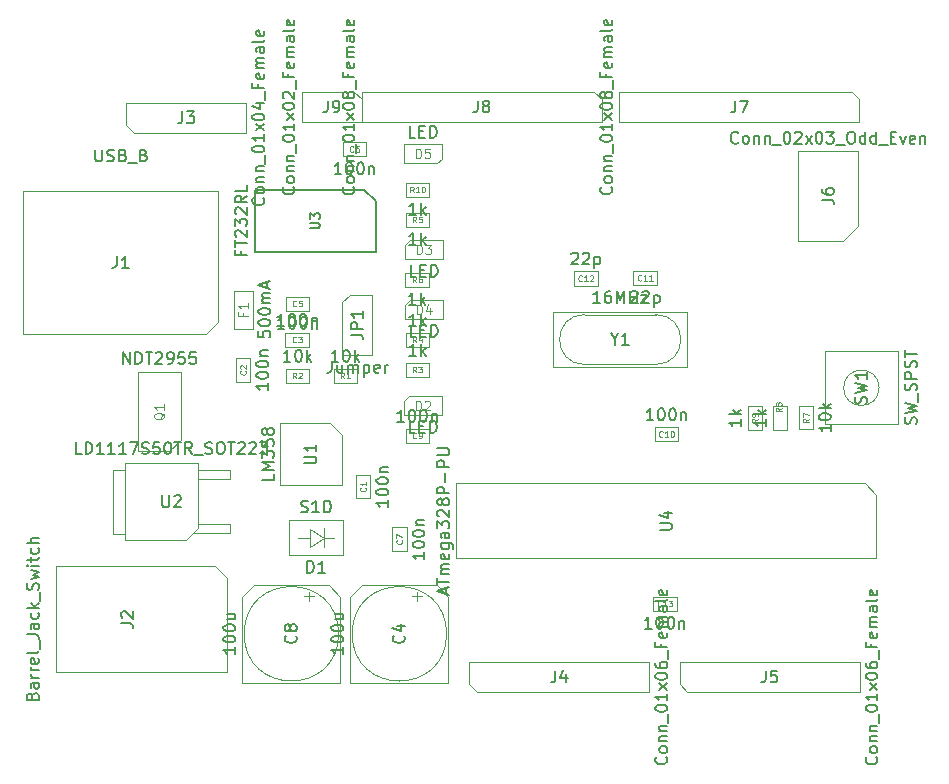
<source format=gbr>
G04 #@! TF.GenerationSoftware,KiCad,Pcbnew,(5.1.4-0-10_14)*
G04 #@! TF.CreationDate,2020-06-11T20:45:35+02:00*
G04 #@! TF.ProjectId,zArduino,7a417264-7569-46e6-9f2e-6b696361645f,rev?*
G04 #@! TF.SameCoordinates,Original*
G04 #@! TF.FileFunction,Other,Fab,Top*
%FSLAX46Y46*%
G04 Gerber Fmt 4.6, Leading zero omitted, Abs format (unit mm)*
G04 Created by KiCad (PCBNEW (5.1.4-0-10_14)) date 2020-06-11 20:45:35*
%MOMM*%
%LPD*%
G04 APERTURE LIST*
%ADD10C,0.100000*%
%ADD11C,0.150000*%
%ADD12C,0.080000*%
%ADD13C,0.120000*%
G04 APERTURE END LIST*
D10*
X182372000Y-87122000D02*
X178562000Y-87122000D01*
X178562000Y-87122000D02*
X178562000Y-79502000D01*
X178562000Y-79502000D02*
X183642000Y-79502000D01*
X183642000Y-79502000D02*
X183642000Y-85852000D01*
X183642000Y-85852000D02*
X182372000Y-87122000D01*
X135408000Y-110768000D02*
X140008000Y-110768000D01*
X140008000Y-110768000D02*
X140008000Y-113768000D01*
X135408000Y-113768000D02*
X135408000Y-110768000D01*
X135408000Y-113768000D02*
X140008000Y-113768000D01*
X138357440Y-112266980D02*
X139259140Y-112266980D01*
X137206820Y-112266980D02*
X136208600Y-112266980D01*
X138357440Y-113067080D02*
X138357440Y-111466880D01*
X137206820Y-111517680D02*
X137206820Y-113067080D01*
X138357440Y-112266980D02*
X137206820Y-111517680D01*
X138357440Y-112266980D02*
X137206820Y-113067080D01*
X183083200Y-74523600D02*
X183718200Y-75158600D01*
X163398200Y-74523600D02*
X183083200Y-74523600D01*
X163398200Y-77063600D02*
X163398200Y-74523600D01*
X183718200Y-77063600D02*
X163398200Y-77063600D01*
X183718200Y-75158600D02*
X183718200Y-77063600D01*
X161899600Y-75158600D02*
X161899600Y-77063600D01*
X161899600Y-77063600D02*
X141579600Y-77063600D01*
X141579600Y-77063600D02*
X141579600Y-74523600D01*
X141579600Y-74523600D02*
X161264600Y-74523600D01*
X161264600Y-74523600D02*
X161899600Y-75158600D01*
D11*
X142768000Y-83795600D02*
X142768000Y-88095600D01*
X142768000Y-88095600D02*
X132568000Y-88095600D01*
X132568000Y-88095600D02*
X132568000Y-82795600D01*
X132568000Y-82795600D02*
X141768000Y-82795600D01*
X141768000Y-82795600D02*
X142768000Y-83795600D01*
D10*
X142332000Y-106941000D02*
X142332000Y-108941000D01*
X141132000Y-106941000D02*
X142332000Y-106941000D01*
X141132000Y-108941000D02*
X141132000Y-106941000D01*
X142332000Y-108941000D02*
X141132000Y-108941000D01*
X132172000Y-97053000D02*
X132172000Y-99053000D01*
X130972000Y-97053000D02*
X132172000Y-97053000D01*
X130972000Y-99053000D02*
X130972000Y-97053000D01*
X132172000Y-99053000D02*
X130972000Y-99053000D01*
X135135000Y-94904000D02*
X137135000Y-94904000D01*
X135135000Y-96104000D02*
X135135000Y-94904000D01*
X137135000Y-96104000D02*
X135135000Y-96104000D01*
X137135000Y-94904000D02*
X137135000Y-96104000D01*
X135153000Y-93056000D02*
X135153000Y-91856000D01*
X135153000Y-91856000D02*
X137153000Y-91856000D01*
X137153000Y-91856000D02*
X137153000Y-93056000D01*
X137153000Y-93056000D02*
X135153000Y-93056000D01*
X139979000Y-79975000D02*
X139979000Y-78775000D01*
X139979000Y-78775000D02*
X141979000Y-78775000D01*
X141979000Y-78775000D02*
X141979000Y-79975000D01*
X141979000Y-79975000D02*
X139979000Y-79975000D01*
X145389000Y-111395000D02*
X145389000Y-113395000D01*
X144189000Y-111395000D02*
X145389000Y-111395000D01*
X144189000Y-113395000D02*
X144189000Y-111395000D01*
X145389000Y-113395000D02*
X144189000Y-113395000D01*
X147304000Y-103032000D02*
X147304000Y-104232000D01*
X147304000Y-104232000D02*
X145304000Y-104232000D01*
X145304000Y-104232000D02*
X145304000Y-103032000D01*
X145304000Y-103032000D02*
X147304000Y-103032000D01*
X168395000Y-102905000D02*
X168395000Y-104105000D01*
X168395000Y-104105000D02*
X166395000Y-104105000D01*
X166395000Y-104105000D02*
X166395000Y-102905000D01*
X166395000Y-102905000D02*
X168395000Y-102905000D01*
X164599000Y-90871600D02*
X164599000Y-89671600D01*
X164599000Y-89671600D02*
X166599000Y-89671600D01*
X166599000Y-89671600D02*
X166599000Y-90871600D01*
X166599000Y-90871600D02*
X164599000Y-90871600D01*
X159562400Y-89722400D02*
X161562400Y-89722400D01*
X159562400Y-90922400D02*
X159562400Y-89722400D01*
X161562400Y-90922400D02*
X159562400Y-90922400D01*
X161562400Y-89722400D02*
X161562400Y-90922400D01*
X166268000Y-118456000D02*
X166268000Y-117256000D01*
X166268000Y-117256000D02*
X168268000Y-117256000D01*
X168268000Y-117256000D02*
X168268000Y-118456000D01*
X168268000Y-118456000D02*
X166268000Y-118456000D01*
X148375500Y-101892000D02*
X148375500Y-100292000D01*
X145175500Y-101892000D02*
X148375500Y-101892000D01*
X145175500Y-100692000D02*
X145175500Y-101892000D01*
X145575500Y-100292000D02*
X145175500Y-100692000D01*
X148375500Y-100292000D02*
X145575500Y-100292000D01*
X148448500Y-87084000D02*
X145648500Y-87084000D01*
X145648500Y-87084000D02*
X145248500Y-87484000D01*
X145248500Y-87484000D02*
X145248500Y-88684000D01*
X145248500Y-88684000D02*
X148448500Y-88684000D01*
X148448500Y-88684000D02*
X148448500Y-87084000D01*
X148448500Y-92164000D02*
X145648500Y-92164000D01*
X145648500Y-92164000D02*
X145248500Y-92564000D01*
X145248500Y-92564000D02*
X145248500Y-93764000D01*
X145248500Y-93764000D02*
X148448500Y-93764000D01*
X148448500Y-93764000D02*
X148448500Y-92164000D01*
X145175500Y-78956000D02*
X145175500Y-80556000D01*
X148375500Y-78956000D02*
X145175500Y-78956000D01*
X148375500Y-80156000D02*
X148375500Y-78956000D01*
X147975500Y-80556000D02*
X148375500Y-80156000D01*
X145175500Y-80556000D02*
X147975500Y-80556000D01*
X128429800Y-95020800D02*
X112929800Y-95020800D01*
X112929800Y-95020800D02*
X112929800Y-82920800D01*
X112929800Y-82920800D02*
X129429800Y-82920800D01*
X129429800Y-82920800D02*
X129429800Y-94020800D01*
X129429800Y-94020800D02*
X128429800Y-95020800D01*
X121666000Y-77343000D02*
X121666000Y-75438000D01*
X121666000Y-75438000D02*
X131826000Y-75438000D01*
X131826000Y-75438000D02*
X131826000Y-77978000D01*
X131826000Y-77978000D02*
X122301000Y-77978000D01*
X122301000Y-77978000D02*
X121666000Y-77343000D01*
X150698200Y-124688600D02*
X150698200Y-122783600D01*
X150698200Y-122783600D02*
X165938200Y-122783600D01*
X165938200Y-122783600D02*
X165938200Y-125323600D01*
X165938200Y-125323600D02*
X151333200Y-125323600D01*
X151333200Y-125323600D02*
X150698200Y-124688600D01*
X169138600Y-125323600D02*
X168503600Y-124688600D01*
X183743600Y-125323600D02*
X169138600Y-125323600D01*
X183743600Y-122783600D02*
X183743600Y-125323600D01*
X168503600Y-122783600D02*
X183743600Y-122783600D01*
X168503600Y-124688600D02*
X168503600Y-122783600D01*
X140589000Y-91694000D02*
X142494000Y-91694000D01*
X142494000Y-91694000D02*
X142494000Y-96774000D01*
X142494000Y-96774000D02*
X139954000Y-96774000D01*
X139954000Y-96774000D02*
X139954000Y-92329000D01*
X139954000Y-92329000D02*
X140589000Y-91694000D01*
X126310000Y-103950000D02*
X125310000Y-104950000D01*
X126310000Y-103950000D02*
X126310000Y-98250000D01*
X125310000Y-104950000D02*
X122610000Y-104950000D01*
X126310000Y-98250000D02*
X122610000Y-98250000D01*
X122610000Y-104950000D02*
X122610000Y-98250000D01*
X139208000Y-97952000D02*
X141208000Y-97952000D01*
X139208000Y-99152000D02*
X139208000Y-97952000D01*
X141208000Y-99152000D02*
X139208000Y-99152000D01*
X141208000Y-97952000D02*
X141208000Y-99152000D01*
X137153000Y-97952000D02*
X137153000Y-99152000D01*
X137153000Y-99152000D02*
X135153000Y-99152000D01*
X135153000Y-99152000D02*
X135153000Y-97952000D01*
X135153000Y-97952000D02*
X137153000Y-97952000D01*
X145313000Y-97444000D02*
X147313000Y-97444000D01*
X145313000Y-98644000D02*
X145313000Y-97444000D01*
X147313000Y-98644000D02*
X145313000Y-98644000D01*
X147313000Y-97444000D02*
X147313000Y-98644000D01*
X147313000Y-94904000D02*
X147313000Y-96104000D01*
X147313000Y-96104000D02*
X145313000Y-96104000D01*
X145313000Y-96104000D02*
X145313000Y-94904000D01*
X145313000Y-94904000D02*
X147313000Y-94904000D01*
X145304000Y-85944000D02*
X145304000Y-84744000D01*
X145304000Y-84744000D02*
X147304000Y-84744000D01*
X147304000Y-84744000D02*
X147304000Y-85944000D01*
X147304000Y-85944000D02*
X145304000Y-85944000D01*
X147295000Y-91024000D02*
X145295000Y-91024000D01*
X147295000Y-89824000D02*
X147295000Y-91024000D01*
X145295000Y-89824000D02*
X147295000Y-89824000D01*
X145295000Y-91024000D02*
X145295000Y-89824000D01*
X179797000Y-101099000D02*
X179797000Y-103099000D01*
X178597000Y-101099000D02*
X179797000Y-101099000D01*
X178597000Y-103099000D02*
X178597000Y-101099000D01*
X179797000Y-103099000D02*
X178597000Y-103099000D01*
X176438000Y-103117000D02*
X176438000Y-101117000D01*
X177638000Y-103117000D02*
X176438000Y-103117000D01*
X177638000Y-101117000D02*
X177638000Y-103117000D01*
X176438000Y-101117000D02*
X177638000Y-101117000D01*
X174279000Y-101117000D02*
X175479000Y-101117000D01*
X175479000Y-101117000D02*
X175479000Y-103117000D01*
X175479000Y-103117000D02*
X174279000Y-103117000D01*
X174279000Y-103117000D02*
X174279000Y-101117000D01*
X145313000Y-83404000D02*
X145313000Y-82204000D01*
X145313000Y-82204000D02*
X147313000Y-82204000D01*
X147313000Y-82204000D02*
X147313000Y-83404000D01*
X147313000Y-83404000D02*
X145313000Y-83404000D01*
X186996000Y-96468000D02*
X186996000Y-102668000D01*
X186996000Y-102668000D02*
X180796000Y-102668000D01*
X180796000Y-102668000D02*
X180796000Y-96468000D01*
X180796000Y-96468000D02*
X186996000Y-96468000D01*
X185396000Y-99568000D02*
G75*
G03X185396000Y-99568000I-1500000J0D01*
G01*
X139924500Y-103562500D02*
X139924500Y-107837500D01*
X139924500Y-107837500D02*
X134649500Y-107837500D01*
X134649500Y-107837500D02*
X134649500Y-102562500D01*
X134649500Y-102562500D02*
X138924500Y-102562500D01*
X138924500Y-102562500D02*
X139924500Y-103562500D01*
X185166000Y-108670600D02*
X185166000Y-114020600D01*
X185166000Y-114020600D02*
X149606000Y-114020600D01*
X149606000Y-114020600D02*
X149606000Y-107670600D01*
X149606000Y-107670600D02*
X184166000Y-107670600D01*
X184166000Y-107670600D02*
X185166000Y-108670600D01*
X169174400Y-97828600D02*
X169174400Y-93128600D01*
X169174400Y-93128600D02*
X157774400Y-93128600D01*
X157774400Y-93128600D02*
X157774400Y-97828600D01*
X157774400Y-97828600D02*
X169174400Y-97828600D01*
X166489400Y-97593600D02*
X160459400Y-97593600D01*
X166489400Y-93363600D02*
X160459400Y-93363600D01*
X166489400Y-93363600D02*
G75*
G02X166489400Y-97593600I0J-2115000D01*
G01*
X160459400Y-93363600D02*
G75*
G03X160459400Y-97593600I0J-2115000D01*
G01*
X132372000Y-94564000D02*
X130772000Y-94564000D01*
X130772000Y-94564000D02*
X130772000Y-91364000D01*
X130772000Y-91364000D02*
X132372000Y-91364000D01*
X132372000Y-91364000D02*
X132372000Y-94564000D01*
X141579600Y-75158600D02*
X141579600Y-77063600D01*
X141579600Y-77063600D02*
X136499600Y-77063600D01*
X136499600Y-77063600D02*
X136499600Y-74523600D01*
X136499600Y-74523600D02*
X140944600Y-74523600D01*
X140944600Y-74523600D02*
X141579600Y-75158600D01*
X129186000Y-114651400D02*
X130186000Y-115651400D01*
X130186000Y-123651400D02*
X130186000Y-115651400D01*
X130186000Y-123651400D02*
X115686000Y-123651400D01*
X115686000Y-123651400D02*
X115686000Y-114651400D01*
X115686000Y-114651400D02*
X129186000Y-114651400D01*
X121526000Y-111920000D02*
X120526000Y-111920000D01*
X120526000Y-111920000D02*
X120526000Y-106520000D01*
X120526000Y-106520000D02*
X121526000Y-106520000D01*
X121526000Y-112470000D02*
X121526000Y-105970000D01*
X121526000Y-105970000D02*
X127746000Y-105970000D01*
X127746000Y-105970000D02*
X127746000Y-111470000D01*
X127746000Y-111470000D02*
X126746000Y-112470000D01*
X126746000Y-112470000D02*
X121526000Y-112470000D01*
X127341000Y-111875000D02*
X130446000Y-111875000D01*
X130446000Y-111875000D02*
X130446000Y-111125000D01*
X130446000Y-111125000D02*
X127746000Y-111125000D01*
X127746000Y-107315000D02*
X130446000Y-107315000D01*
X130446000Y-107315000D02*
X130446000Y-106565000D01*
X130446000Y-106565000D02*
X127746000Y-106565000D01*
X148780000Y-120396000D02*
G75*
G03X148780000Y-120396000I-4000000J0D01*
G01*
X148930000Y-124546000D02*
X140630000Y-124546000D01*
X148930000Y-117246000D02*
X148930000Y-124546000D01*
X140630000Y-117246000D02*
X140630000Y-124546000D01*
X147930000Y-116246000D02*
X141630000Y-116246000D01*
X147930000Y-116246000D02*
X148930000Y-117246000D01*
X141630000Y-116246000D02*
X140630000Y-117246000D01*
X146280000Y-116833722D02*
X146280000Y-117633722D01*
X146680000Y-117233722D02*
X145880000Y-117233722D01*
X137536000Y-117231722D02*
X136736000Y-117231722D01*
X137136000Y-116831722D02*
X137136000Y-117631722D01*
X132486000Y-116244000D02*
X131486000Y-117244000D01*
X138786000Y-116244000D02*
X139786000Y-117244000D01*
X138786000Y-116244000D02*
X132486000Y-116244000D01*
X131486000Y-117244000D02*
X131486000Y-124544000D01*
X139786000Y-117244000D02*
X139786000Y-124544000D01*
X139786000Y-124544000D02*
X131486000Y-124544000D01*
X139636000Y-120394000D02*
G75*
G03X139636000Y-120394000I-4000000J0D01*
G01*
D11*
X173459142Y-78799142D02*
X173411523Y-78846761D01*
X173268666Y-78894380D01*
X173173428Y-78894380D01*
X173030571Y-78846761D01*
X172935333Y-78751523D01*
X172887714Y-78656285D01*
X172840095Y-78465809D01*
X172840095Y-78322952D01*
X172887714Y-78132476D01*
X172935333Y-78037238D01*
X173030571Y-77942000D01*
X173173428Y-77894380D01*
X173268666Y-77894380D01*
X173411523Y-77942000D01*
X173459142Y-77989619D01*
X174030571Y-78894380D02*
X173935333Y-78846761D01*
X173887714Y-78799142D01*
X173840095Y-78703904D01*
X173840095Y-78418190D01*
X173887714Y-78322952D01*
X173935333Y-78275333D01*
X174030571Y-78227714D01*
X174173428Y-78227714D01*
X174268666Y-78275333D01*
X174316285Y-78322952D01*
X174363904Y-78418190D01*
X174363904Y-78703904D01*
X174316285Y-78799142D01*
X174268666Y-78846761D01*
X174173428Y-78894380D01*
X174030571Y-78894380D01*
X174792476Y-78227714D02*
X174792476Y-78894380D01*
X174792476Y-78322952D02*
X174840095Y-78275333D01*
X174935333Y-78227714D01*
X175078190Y-78227714D01*
X175173428Y-78275333D01*
X175221047Y-78370571D01*
X175221047Y-78894380D01*
X175697238Y-78227714D02*
X175697238Y-78894380D01*
X175697238Y-78322952D02*
X175744857Y-78275333D01*
X175840095Y-78227714D01*
X175982952Y-78227714D01*
X176078190Y-78275333D01*
X176125809Y-78370571D01*
X176125809Y-78894380D01*
X176363904Y-78989619D02*
X177125809Y-78989619D01*
X177554380Y-77894380D02*
X177649619Y-77894380D01*
X177744857Y-77942000D01*
X177792476Y-77989619D01*
X177840095Y-78084857D01*
X177887714Y-78275333D01*
X177887714Y-78513428D01*
X177840095Y-78703904D01*
X177792476Y-78799142D01*
X177744857Y-78846761D01*
X177649619Y-78894380D01*
X177554380Y-78894380D01*
X177459142Y-78846761D01*
X177411523Y-78799142D01*
X177363904Y-78703904D01*
X177316285Y-78513428D01*
X177316285Y-78275333D01*
X177363904Y-78084857D01*
X177411523Y-77989619D01*
X177459142Y-77942000D01*
X177554380Y-77894380D01*
X178268666Y-77989619D02*
X178316285Y-77942000D01*
X178411523Y-77894380D01*
X178649619Y-77894380D01*
X178744857Y-77942000D01*
X178792476Y-77989619D01*
X178840095Y-78084857D01*
X178840095Y-78180095D01*
X178792476Y-78322952D01*
X178221047Y-78894380D01*
X178840095Y-78894380D01*
X179173428Y-78894380D02*
X179697238Y-78227714D01*
X179173428Y-78227714D02*
X179697238Y-78894380D01*
X180268666Y-77894380D02*
X180363904Y-77894380D01*
X180459142Y-77942000D01*
X180506761Y-77989619D01*
X180554380Y-78084857D01*
X180602000Y-78275333D01*
X180602000Y-78513428D01*
X180554380Y-78703904D01*
X180506761Y-78799142D01*
X180459142Y-78846761D01*
X180363904Y-78894380D01*
X180268666Y-78894380D01*
X180173428Y-78846761D01*
X180125809Y-78799142D01*
X180078190Y-78703904D01*
X180030571Y-78513428D01*
X180030571Y-78275333D01*
X180078190Y-78084857D01*
X180125809Y-77989619D01*
X180173428Y-77942000D01*
X180268666Y-77894380D01*
X180935333Y-77894380D02*
X181554380Y-77894380D01*
X181221047Y-78275333D01*
X181363904Y-78275333D01*
X181459142Y-78322952D01*
X181506761Y-78370571D01*
X181554380Y-78465809D01*
X181554380Y-78703904D01*
X181506761Y-78799142D01*
X181459142Y-78846761D01*
X181363904Y-78894380D01*
X181078190Y-78894380D01*
X180982952Y-78846761D01*
X180935333Y-78799142D01*
X181744857Y-78989619D02*
X182506761Y-78989619D01*
X182935333Y-77894380D02*
X183125809Y-77894380D01*
X183221047Y-77942000D01*
X183316285Y-78037238D01*
X183363904Y-78227714D01*
X183363904Y-78561047D01*
X183316285Y-78751523D01*
X183221047Y-78846761D01*
X183125809Y-78894380D01*
X182935333Y-78894380D01*
X182840095Y-78846761D01*
X182744857Y-78751523D01*
X182697238Y-78561047D01*
X182697238Y-78227714D01*
X182744857Y-78037238D01*
X182840095Y-77942000D01*
X182935333Y-77894380D01*
X184221047Y-78894380D02*
X184221047Y-77894380D01*
X184221047Y-78846761D02*
X184125809Y-78894380D01*
X183935333Y-78894380D01*
X183840095Y-78846761D01*
X183792476Y-78799142D01*
X183744857Y-78703904D01*
X183744857Y-78418190D01*
X183792476Y-78322952D01*
X183840095Y-78275333D01*
X183935333Y-78227714D01*
X184125809Y-78227714D01*
X184221047Y-78275333D01*
X185125809Y-78894380D02*
X185125809Y-77894380D01*
X185125809Y-78846761D02*
X185030571Y-78894380D01*
X184840095Y-78894380D01*
X184744857Y-78846761D01*
X184697238Y-78799142D01*
X184649619Y-78703904D01*
X184649619Y-78418190D01*
X184697238Y-78322952D01*
X184744857Y-78275333D01*
X184840095Y-78227714D01*
X185030571Y-78227714D01*
X185125809Y-78275333D01*
X185363904Y-78989619D02*
X186125809Y-78989619D01*
X186363904Y-78370571D02*
X186697238Y-78370571D01*
X186840095Y-78894380D02*
X186363904Y-78894380D01*
X186363904Y-77894380D01*
X186840095Y-77894380D01*
X187173428Y-78227714D02*
X187411523Y-78894380D01*
X187649619Y-78227714D01*
X188411523Y-78846761D02*
X188316285Y-78894380D01*
X188125809Y-78894380D01*
X188030571Y-78846761D01*
X187982952Y-78751523D01*
X187982952Y-78370571D01*
X188030571Y-78275333D01*
X188125809Y-78227714D01*
X188316285Y-78227714D01*
X188411523Y-78275333D01*
X188459142Y-78370571D01*
X188459142Y-78465809D01*
X187982952Y-78561047D01*
X188887714Y-78227714D02*
X188887714Y-78894380D01*
X188887714Y-78322952D02*
X188935333Y-78275333D01*
X189030571Y-78227714D01*
X189173428Y-78227714D01*
X189268666Y-78275333D01*
X189316285Y-78370571D01*
X189316285Y-78894380D01*
X180554380Y-83645333D02*
X181268666Y-83645333D01*
X181411523Y-83692952D01*
X181506761Y-83788190D01*
X181554380Y-83931047D01*
X181554380Y-84026285D01*
X180554380Y-82740571D02*
X180554380Y-82931047D01*
X180602000Y-83026285D01*
X180649619Y-83073904D01*
X180792476Y-83169142D01*
X180982952Y-83216761D01*
X181363904Y-83216761D01*
X181459142Y-83169142D01*
X181506761Y-83121523D01*
X181554380Y-83026285D01*
X181554380Y-82835809D01*
X181506761Y-82740571D01*
X181459142Y-82692952D01*
X181363904Y-82645333D01*
X181125809Y-82645333D01*
X181030571Y-82692952D01*
X180982952Y-82740571D01*
X180935333Y-82835809D01*
X180935333Y-83026285D01*
X180982952Y-83121523D01*
X181030571Y-83169142D01*
X181125809Y-83216761D01*
X136446095Y-110072761D02*
X136588952Y-110120380D01*
X136827047Y-110120380D01*
X136922285Y-110072761D01*
X136969904Y-110025142D01*
X137017523Y-109929904D01*
X137017523Y-109834666D01*
X136969904Y-109739428D01*
X136922285Y-109691809D01*
X136827047Y-109644190D01*
X136636571Y-109596571D01*
X136541333Y-109548952D01*
X136493714Y-109501333D01*
X136446095Y-109406095D01*
X136446095Y-109310857D01*
X136493714Y-109215619D01*
X136541333Y-109168000D01*
X136636571Y-109120380D01*
X136874666Y-109120380D01*
X137017523Y-109168000D01*
X137969904Y-110120380D02*
X137398476Y-110120380D01*
X137684190Y-110120380D02*
X137684190Y-109120380D01*
X137588952Y-109263238D01*
X137493714Y-109358476D01*
X137398476Y-109406095D01*
X138398476Y-110120380D02*
X138398476Y-109120380D01*
X138636571Y-109120380D01*
X138779428Y-109168000D01*
X138874666Y-109263238D01*
X138922285Y-109358476D01*
X138969904Y-109548952D01*
X138969904Y-109691809D01*
X138922285Y-109882285D01*
X138874666Y-109977523D01*
X138779428Y-110072761D01*
X138636571Y-110120380D01*
X138398476Y-110120380D01*
X136969904Y-115220380D02*
X136969904Y-114220380D01*
X137208000Y-114220380D01*
X137350857Y-114268000D01*
X137446095Y-114363238D01*
X137493714Y-114458476D01*
X137541333Y-114648952D01*
X137541333Y-114791809D01*
X137493714Y-114982285D01*
X137446095Y-115077523D01*
X137350857Y-115172761D01*
X137208000Y-115220380D01*
X136969904Y-115220380D01*
X138493714Y-115220380D02*
X137922285Y-115220380D01*
X138208000Y-115220380D02*
X138208000Y-114220380D01*
X138112761Y-114363238D01*
X138017523Y-114458476D01*
X137922285Y-114506095D01*
X162695342Y-82579314D02*
X162742961Y-82626933D01*
X162790580Y-82769790D01*
X162790580Y-82865028D01*
X162742961Y-83007885D01*
X162647723Y-83103123D01*
X162552485Y-83150742D01*
X162362009Y-83198361D01*
X162219152Y-83198361D01*
X162028676Y-83150742D01*
X161933438Y-83103123D01*
X161838200Y-83007885D01*
X161790580Y-82865028D01*
X161790580Y-82769790D01*
X161838200Y-82626933D01*
X161885819Y-82579314D01*
X162790580Y-82007885D02*
X162742961Y-82103123D01*
X162695342Y-82150742D01*
X162600104Y-82198361D01*
X162314390Y-82198361D01*
X162219152Y-82150742D01*
X162171533Y-82103123D01*
X162123914Y-82007885D01*
X162123914Y-81865028D01*
X162171533Y-81769790D01*
X162219152Y-81722171D01*
X162314390Y-81674552D01*
X162600104Y-81674552D01*
X162695342Y-81722171D01*
X162742961Y-81769790D01*
X162790580Y-81865028D01*
X162790580Y-82007885D01*
X162123914Y-81245980D02*
X162790580Y-81245980D01*
X162219152Y-81245980D02*
X162171533Y-81198361D01*
X162123914Y-81103123D01*
X162123914Y-80960266D01*
X162171533Y-80865028D01*
X162266771Y-80817409D01*
X162790580Y-80817409D01*
X162123914Y-80341219D02*
X162790580Y-80341219D01*
X162219152Y-80341219D02*
X162171533Y-80293600D01*
X162123914Y-80198361D01*
X162123914Y-80055504D01*
X162171533Y-79960266D01*
X162266771Y-79912647D01*
X162790580Y-79912647D01*
X162885819Y-79674552D02*
X162885819Y-78912647D01*
X161790580Y-78484076D02*
X161790580Y-78388838D01*
X161838200Y-78293600D01*
X161885819Y-78245980D01*
X161981057Y-78198361D01*
X162171533Y-78150742D01*
X162409628Y-78150742D01*
X162600104Y-78198361D01*
X162695342Y-78245980D01*
X162742961Y-78293600D01*
X162790580Y-78388838D01*
X162790580Y-78484076D01*
X162742961Y-78579314D01*
X162695342Y-78626933D01*
X162600104Y-78674552D01*
X162409628Y-78722171D01*
X162171533Y-78722171D01*
X161981057Y-78674552D01*
X161885819Y-78626933D01*
X161838200Y-78579314D01*
X161790580Y-78484076D01*
X162790580Y-77198361D02*
X162790580Y-77769790D01*
X162790580Y-77484076D02*
X161790580Y-77484076D01*
X161933438Y-77579314D01*
X162028676Y-77674552D01*
X162076295Y-77769790D01*
X162790580Y-76865028D02*
X162123914Y-76341219D01*
X162123914Y-76865028D02*
X162790580Y-76341219D01*
X161790580Y-75769790D02*
X161790580Y-75674552D01*
X161838200Y-75579314D01*
X161885819Y-75531695D01*
X161981057Y-75484076D01*
X162171533Y-75436457D01*
X162409628Y-75436457D01*
X162600104Y-75484076D01*
X162695342Y-75531695D01*
X162742961Y-75579314D01*
X162790580Y-75674552D01*
X162790580Y-75769790D01*
X162742961Y-75865028D01*
X162695342Y-75912647D01*
X162600104Y-75960266D01*
X162409628Y-76007885D01*
X162171533Y-76007885D01*
X161981057Y-75960266D01*
X161885819Y-75912647D01*
X161838200Y-75865028D01*
X161790580Y-75769790D01*
X162219152Y-74865028D02*
X162171533Y-74960266D01*
X162123914Y-75007885D01*
X162028676Y-75055504D01*
X161981057Y-75055504D01*
X161885819Y-75007885D01*
X161838200Y-74960266D01*
X161790580Y-74865028D01*
X161790580Y-74674552D01*
X161838200Y-74579314D01*
X161885819Y-74531695D01*
X161981057Y-74484076D01*
X162028676Y-74484076D01*
X162123914Y-74531695D01*
X162171533Y-74579314D01*
X162219152Y-74674552D01*
X162219152Y-74865028D01*
X162266771Y-74960266D01*
X162314390Y-75007885D01*
X162409628Y-75055504D01*
X162600104Y-75055504D01*
X162695342Y-75007885D01*
X162742961Y-74960266D01*
X162790580Y-74865028D01*
X162790580Y-74674552D01*
X162742961Y-74579314D01*
X162695342Y-74531695D01*
X162600104Y-74484076D01*
X162409628Y-74484076D01*
X162314390Y-74531695D01*
X162266771Y-74579314D01*
X162219152Y-74674552D01*
X162885819Y-74293600D02*
X162885819Y-73531695D01*
X162266771Y-72960266D02*
X162266771Y-73293600D01*
X162790580Y-73293600D02*
X161790580Y-73293600D01*
X161790580Y-72817409D01*
X162742961Y-72055504D02*
X162790580Y-72150742D01*
X162790580Y-72341219D01*
X162742961Y-72436457D01*
X162647723Y-72484076D01*
X162266771Y-72484076D01*
X162171533Y-72436457D01*
X162123914Y-72341219D01*
X162123914Y-72150742D01*
X162171533Y-72055504D01*
X162266771Y-72007885D01*
X162362009Y-72007885D01*
X162457247Y-72484076D01*
X162790580Y-71579314D02*
X162123914Y-71579314D01*
X162219152Y-71579314D02*
X162171533Y-71531695D01*
X162123914Y-71436457D01*
X162123914Y-71293600D01*
X162171533Y-71198361D01*
X162266771Y-71150742D01*
X162790580Y-71150742D01*
X162266771Y-71150742D02*
X162171533Y-71103123D01*
X162123914Y-71007885D01*
X162123914Y-70865028D01*
X162171533Y-70769790D01*
X162266771Y-70722171D01*
X162790580Y-70722171D01*
X162790580Y-69817409D02*
X162266771Y-69817409D01*
X162171533Y-69865028D01*
X162123914Y-69960266D01*
X162123914Y-70150742D01*
X162171533Y-70245980D01*
X162742961Y-69817409D02*
X162790580Y-69912647D01*
X162790580Y-70150742D01*
X162742961Y-70245980D01*
X162647723Y-70293600D01*
X162552485Y-70293600D01*
X162457247Y-70245980D01*
X162409628Y-70150742D01*
X162409628Y-69912647D01*
X162362009Y-69817409D01*
X162790580Y-69198361D02*
X162742961Y-69293600D01*
X162647723Y-69341219D01*
X161790580Y-69341219D01*
X162742961Y-68436457D02*
X162790580Y-68531695D01*
X162790580Y-68722171D01*
X162742961Y-68817409D01*
X162647723Y-68865028D01*
X162266771Y-68865028D01*
X162171533Y-68817409D01*
X162123914Y-68722171D01*
X162123914Y-68531695D01*
X162171533Y-68436457D01*
X162266771Y-68388838D01*
X162362009Y-68388838D01*
X162457247Y-68865028D01*
X173224866Y-75245980D02*
X173224866Y-75960266D01*
X173177247Y-76103123D01*
X173082009Y-76198361D01*
X172939152Y-76245980D01*
X172843914Y-76245980D01*
X173605819Y-75245980D02*
X174272485Y-75245980D01*
X173843914Y-76245980D01*
X140876742Y-82579314D02*
X140924361Y-82626933D01*
X140971980Y-82769790D01*
X140971980Y-82865028D01*
X140924361Y-83007885D01*
X140829123Y-83103123D01*
X140733885Y-83150742D01*
X140543409Y-83198361D01*
X140400552Y-83198361D01*
X140210076Y-83150742D01*
X140114838Y-83103123D01*
X140019600Y-83007885D01*
X139971980Y-82865028D01*
X139971980Y-82769790D01*
X140019600Y-82626933D01*
X140067219Y-82579314D01*
X140971980Y-82007885D02*
X140924361Y-82103123D01*
X140876742Y-82150742D01*
X140781504Y-82198361D01*
X140495790Y-82198361D01*
X140400552Y-82150742D01*
X140352933Y-82103123D01*
X140305314Y-82007885D01*
X140305314Y-81865028D01*
X140352933Y-81769790D01*
X140400552Y-81722171D01*
X140495790Y-81674552D01*
X140781504Y-81674552D01*
X140876742Y-81722171D01*
X140924361Y-81769790D01*
X140971980Y-81865028D01*
X140971980Y-82007885D01*
X140305314Y-81245980D02*
X140971980Y-81245980D01*
X140400552Y-81245980D02*
X140352933Y-81198361D01*
X140305314Y-81103123D01*
X140305314Y-80960266D01*
X140352933Y-80865028D01*
X140448171Y-80817409D01*
X140971980Y-80817409D01*
X140305314Y-80341219D02*
X140971980Y-80341219D01*
X140400552Y-80341219D02*
X140352933Y-80293600D01*
X140305314Y-80198361D01*
X140305314Y-80055504D01*
X140352933Y-79960266D01*
X140448171Y-79912647D01*
X140971980Y-79912647D01*
X141067219Y-79674552D02*
X141067219Y-78912647D01*
X139971980Y-78484076D02*
X139971980Y-78388838D01*
X140019600Y-78293600D01*
X140067219Y-78245980D01*
X140162457Y-78198361D01*
X140352933Y-78150742D01*
X140591028Y-78150742D01*
X140781504Y-78198361D01*
X140876742Y-78245980D01*
X140924361Y-78293600D01*
X140971980Y-78388838D01*
X140971980Y-78484076D01*
X140924361Y-78579314D01*
X140876742Y-78626933D01*
X140781504Y-78674552D01*
X140591028Y-78722171D01*
X140352933Y-78722171D01*
X140162457Y-78674552D01*
X140067219Y-78626933D01*
X140019600Y-78579314D01*
X139971980Y-78484076D01*
X140971980Y-77198361D02*
X140971980Y-77769790D01*
X140971980Y-77484076D02*
X139971980Y-77484076D01*
X140114838Y-77579314D01*
X140210076Y-77674552D01*
X140257695Y-77769790D01*
X140971980Y-76865028D02*
X140305314Y-76341219D01*
X140305314Y-76865028D02*
X140971980Y-76341219D01*
X139971980Y-75769790D02*
X139971980Y-75674552D01*
X140019600Y-75579314D01*
X140067219Y-75531695D01*
X140162457Y-75484076D01*
X140352933Y-75436457D01*
X140591028Y-75436457D01*
X140781504Y-75484076D01*
X140876742Y-75531695D01*
X140924361Y-75579314D01*
X140971980Y-75674552D01*
X140971980Y-75769790D01*
X140924361Y-75865028D01*
X140876742Y-75912647D01*
X140781504Y-75960266D01*
X140591028Y-76007885D01*
X140352933Y-76007885D01*
X140162457Y-75960266D01*
X140067219Y-75912647D01*
X140019600Y-75865028D01*
X139971980Y-75769790D01*
X140400552Y-74865028D02*
X140352933Y-74960266D01*
X140305314Y-75007885D01*
X140210076Y-75055504D01*
X140162457Y-75055504D01*
X140067219Y-75007885D01*
X140019600Y-74960266D01*
X139971980Y-74865028D01*
X139971980Y-74674552D01*
X140019600Y-74579314D01*
X140067219Y-74531695D01*
X140162457Y-74484076D01*
X140210076Y-74484076D01*
X140305314Y-74531695D01*
X140352933Y-74579314D01*
X140400552Y-74674552D01*
X140400552Y-74865028D01*
X140448171Y-74960266D01*
X140495790Y-75007885D01*
X140591028Y-75055504D01*
X140781504Y-75055504D01*
X140876742Y-75007885D01*
X140924361Y-74960266D01*
X140971980Y-74865028D01*
X140971980Y-74674552D01*
X140924361Y-74579314D01*
X140876742Y-74531695D01*
X140781504Y-74484076D01*
X140591028Y-74484076D01*
X140495790Y-74531695D01*
X140448171Y-74579314D01*
X140400552Y-74674552D01*
X141067219Y-74293600D02*
X141067219Y-73531695D01*
X140448171Y-72960266D02*
X140448171Y-73293600D01*
X140971980Y-73293600D02*
X139971980Y-73293600D01*
X139971980Y-72817409D01*
X140924361Y-72055504D02*
X140971980Y-72150742D01*
X140971980Y-72341219D01*
X140924361Y-72436457D01*
X140829123Y-72484076D01*
X140448171Y-72484076D01*
X140352933Y-72436457D01*
X140305314Y-72341219D01*
X140305314Y-72150742D01*
X140352933Y-72055504D01*
X140448171Y-72007885D01*
X140543409Y-72007885D01*
X140638647Y-72484076D01*
X140971980Y-71579314D02*
X140305314Y-71579314D01*
X140400552Y-71579314D02*
X140352933Y-71531695D01*
X140305314Y-71436457D01*
X140305314Y-71293600D01*
X140352933Y-71198361D01*
X140448171Y-71150742D01*
X140971980Y-71150742D01*
X140448171Y-71150742D02*
X140352933Y-71103123D01*
X140305314Y-71007885D01*
X140305314Y-70865028D01*
X140352933Y-70769790D01*
X140448171Y-70722171D01*
X140971980Y-70722171D01*
X140971980Y-69817409D02*
X140448171Y-69817409D01*
X140352933Y-69865028D01*
X140305314Y-69960266D01*
X140305314Y-70150742D01*
X140352933Y-70245980D01*
X140924361Y-69817409D02*
X140971980Y-69912647D01*
X140971980Y-70150742D01*
X140924361Y-70245980D01*
X140829123Y-70293600D01*
X140733885Y-70293600D01*
X140638647Y-70245980D01*
X140591028Y-70150742D01*
X140591028Y-69912647D01*
X140543409Y-69817409D01*
X140971980Y-69198361D02*
X140924361Y-69293600D01*
X140829123Y-69341219D01*
X139971980Y-69341219D01*
X140924361Y-68436457D02*
X140971980Y-68531695D01*
X140971980Y-68722171D01*
X140924361Y-68817409D01*
X140829123Y-68865028D01*
X140448171Y-68865028D01*
X140352933Y-68817409D01*
X140305314Y-68722171D01*
X140305314Y-68531695D01*
X140352933Y-68436457D01*
X140448171Y-68388838D01*
X140543409Y-68388838D01*
X140638647Y-68865028D01*
X151406266Y-75245980D02*
X151406266Y-75960266D01*
X151358647Y-76103123D01*
X151263409Y-76198361D01*
X151120552Y-76245980D01*
X151025314Y-76245980D01*
X152025314Y-75674552D02*
X151930076Y-75626933D01*
X151882457Y-75579314D01*
X151834838Y-75484076D01*
X151834838Y-75436457D01*
X151882457Y-75341219D01*
X151930076Y-75293600D01*
X152025314Y-75245980D01*
X152215790Y-75245980D01*
X152311028Y-75293600D01*
X152358647Y-75341219D01*
X152406266Y-75436457D01*
X152406266Y-75484076D01*
X152358647Y-75579314D01*
X152311028Y-75626933D01*
X152215790Y-75674552D01*
X152025314Y-75674552D01*
X151930076Y-75722171D01*
X151882457Y-75769790D01*
X151834838Y-75865028D01*
X151834838Y-76055504D01*
X151882457Y-76150742D01*
X151930076Y-76198361D01*
X152025314Y-76245980D01*
X152215790Y-76245980D01*
X152311028Y-76198361D01*
X152358647Y-76150742D01*
X152406266Y-76055504D01*
X152406266Y-75865028D01*
X152358647Y-75769790D01*
X152311028Y-75722171D01*
X152215790Y-75674552D01*
X131346571Y-88017028D02*
X131346571Y-88350361D01*
X131870380Y-88350361D02*
X130870380Y-88350361D01*
X130870380Y-87874171D01*
X130870380Y-87636076D02*
X130870380Y-87064647D01*
X131870380Y-87350361D02*
X130870380Y-87350361D01*
X130965619Y-86778933D02*
X130918000Y-86731314D01*
X130870380Y-86636076D01*
X130870380Y-86397980D01*
X130918000Y-86302742D01*
X130965619Y-86255123D01*
X131060857Y-86207504D01*
X131156095Y-86207504D01*
X131298952Y-86255123D01*
X131870380Y-86826552D01*
X131870380Y-86207504D01*
X130870380Y-85874171D02*
X130870380Y-85255123D01*
X131251333Y-85588457D01*
X131251333Y-85445600D01*
X131298952Y-85350361D01*
X131346571Y-85302742D01*
X131441809Y-85255123D01*
X131679904Y-85255123D01*
X131775142Y-85302742D01*
X131822761Y-85350361D01*
X131870380Y-85445600D01*
X131870380Y-85731314D01*
X131822761Y-85826552D01*
X131775142Y-85874171D01*
X130965619Y-84874171D02*
X130918000Y-84826552D01*
X130870380Y-84731314D01*
X130870380Y-84493219D01*
X130918000Y-84397980D01*
X130965619Y-84350361D01*
X131060857Y-84302742D01*
X131156095Y-84302742D01*
X131298952Y-84350361D01*
X131870380Y-84921790D01*
X131870380Y-84302742D01*
X131870380Y-83302742D02*
X131394190Y-83636076D01*
X131870380Y-83874171D02*
X130870380Y-83874171D01*
X130870380Y-83493219D01*
X130918000Y-83397980D01*
X130965619Y-83350361D01*
X131060857Y-83302742D01*
X131203714Y-83302742D01*
X131298952Y-83350361D01*
X131346571Y-83397980D01*
X131394190Y-83493219D01*
X131394190Y-83874171D01*
X131870380Y-82397980D02*
X131870380Y-82874171D01*
X130870380Y-82874171D01*
X137229904Y-86055123D02*
X137877523Y-86055123D01*
X137953714Y-86017028D01*
X137991809Y-85978933D01*
X138029904Y-85902742D01*
X138029904Y-85750361D01*
X137991809Y-85674171D01*
X137953714Y-85636076D01*
X137877523Y-85597980D01*
X137229904Y-85597980D01*
X137229904Y-85293219D02*
X137229904Y-84797980D01*
X137534666Y-85064647D01*
X137534666Y-84950361D01*
X137572761Y-84874171D01*
X137610857Y-84836076D01*
X137687047Y-84797980D01*
X137877523Y-84797980D01*
X137953714Y-84836076D01*
X137991809Y-84874171D01*
X138029904Y-84950361D01*
X138029904Y-85178933D01*
X137991809Y-85255123D01*
X137953714Y-85293219D01*
X143834380Y-109060047D02*
X143834380Y-109631476D01*
X143834380Y-109345761D02*
X142834380Y-109345761D01*
X142977238Y-109441000D01*
X143072476Y-109536238D01*
X143120095Y-109631476D01*
X142834380Y-108441000D02*
X142834380Y-108345761D01*
X142882000Y-108250523D01*
X142929619Y-108202904D01*
X143024857Y-108155285D01*
X143215333Y-108107666D01*
X143453428Y-108107666D01*
X143643904Y-108155285D01*
X143739142Y-108202904D01*
X143786761Y-108250523D01*
X143834380Y-108345761D01*
X143834380Y-108441000D01*
X143786761Y-108536238D01*
X143739142Y-108583857D01*
X143643904Y-108631476D01*
X143453428Y-108679095D01*
X143215333Y-108679095D01*
X143024857Y-108631476D01*
X142929619Y-108583857D01*
X142882000Y-108536238D01*
X142834380Y-108441000D01*
X142834380Y-107488619D02*
X142834380Y-107393380D01*
X142882000Y-107298142D01*
X142929619Y-107250523D01*
X143024857Y-107202904D01*
X143215333Y-107155285D01*
X143453428Y-107155285D01*
X143643904Y-107202904D01*
X143739142Y-107250523D01*
X143786761Y-107298142D01*
X143834380Y-107393380D01*
X143834380Y-107488619D01*
X143786761Y-107583857D01*
X143739142Y-107631476D01*
X143643904Y-107679095D01*
X143453428Y-107726714D01*
X143215333Y-107726714D01*
X143024857Y-107679095D01*
X142929619Y-107631476D01*
X142882000Y-107583857D01*
X142834380Y-107488619D01*
X143167714Y-106726714D02*
X143834380Y-106726714D01*
X143262952Y-106726714D02*
X143215333Y-106679095D01*
X143167714Y-106583857D01*
X143167714Y-106441000D01*
X143215333Y-106345761D01*
X143310571Y-106298142D01*
X143834380Y-106298142D01*
D12*
X141910571Y-108024333D02*
X141934380Y-108048142D01*
X141958190Y-108119571D01*
X141958190Y-108167190D01*
X141934380Y-108238619D01*
X141886761Y-108286238D01*
X141839142Y-108310047D01*
X141743904Y-108333857D01*
X141672476Y-108333857D01*
X141577238Y-108310047D01*
X141529619Y-108286238D01*
X141482000Y-108238619D01*
X141458190Y-108167190D01*
X141458190Y-108119571D01*
X141482000Y-108048142D01*
X141505809Y-108024333D01*
X141958190Y-107548142D02*
X141958190Y-107833857D01*
X141958190Y-107691000D02*
X141458190Y-107691000D01*
X141529619Y-107738619D01*
X141577238Y-107786238D01*
X141601047Y-107833857D01*
D11*
X133674380Y-99172047D02*
X133674380Y-99743476D01*
X133674380Y-99457761D02*
X132674380Y-99457761D01*
X132817238Y-99553000D01*
X132912476Y-99648238D01*
X132960095Y-99743476D01*
X132674380Y-98553000D02*
X132674380Y-98457761D01*
X132722000Y-98362523D01*
X132769619Y-98314904D01*
X132864857Y-98267285D01*
X133055333Y-98219666D01*
X133293428Y-98219666D01*
X133483904Y-98267285D01*
X133579142Y-98314904D01*
X133626761Y-98362523D01*
X133674380Y-98457761D01*
X133674380Y-98553000D01*
X133626761Y-98648238D01*
X133579142Y-98695857D01*
X133483904Y-98743476D01*
X133293428Y-98791095D01*
X133055333Y-98791095D01*
X132864857Y-98743476D01*
X132769619Y-98695857D01*
X132722000Y-98648238D01*
X132674380Y-98553000D01*
X132674380Y-97600619D02*
X132674380Y-97505380D01*
X132722000Y-97410142D01*
X132769619Y-97362523D01*
X132864857Y-97314904D01*
X133055333Y-97267285D01*
X133293428Y-97267285D01*
X133483904Y-97314904D01*
X133579142Y-97362523D01*
X133626761Y-97410142D01*
X133674380Y-97505380D01*
X133674380Y-97600619D01*
X133626761Y-97695857D01*
X133579142Y-97743476D01*
X133483904Y-97791095D01*
X133293428Y-97838714D01*
X133055333Y-97838714D01*
X132864857Y-97791095D01*
X132769619Y-97743476D01*
X132722000Y-97695857D01*
X132674380Y-97600619D01*
X133007714Y-96838714D02*
X133674380Y-96838714D01*
X133102952Y-96838714D02*
X133055333Y-96791095D01*
X133007714Y-96695857D01*
X133007714Y-96553000D01*
X133055333Y-96457761D01*
X133150571Y-96410142D01*
X133674380Y-96410142D01*
D12*
X131750571Y-98136333D02*
X131774380Y-98160142D01*
X131798190Y-98231571D01*
X131798190Y-98279190D01*
X131774380Y-98350619D01*
X131726761Y-98398238D01*
X131679142Y-98422047D01*
X131583904Y-98445857D01*
X131512476Y-98445857D01*
X131417238Y-98422047D01*
X131369619Y-98398238D01*
X131322000Y-98350619D01*
X131298190Y-98279190D01*
X131298190Y-98231571D01*
X131322000Y-98160142D01*
X131345809Y-98136333D01*
X131345809Y-97945857D02*
X131322000Y-97922047D01*
X131298190Y-97874428D01*
X131298190Y-97755380D01*
X131322000Y-97707761D01*
X131345809Y-97683952D01*
X131393428Y-97660142D01*
X131441047Y-97660142D01*
X131512476Y-97683952D01*
X131798190Y-97969666D01*
X131798190Y-97660142D01*
D11*
X135015952Y-94306380D02*
X134444523Y-94306380D01*
X134730238Y-94306380D02*
X134730238Y-93306380D01*
X134635000Y-93449238D01*
X134539761Y-93544476D01*
X134444523Y-93592095D01*
X135635000Y-93306380D02*
X135730238Y-93306380D01*
X135825476Y-93354000D01*
X135873095Y-93401619D01*
X135920714Y-93496857D01*
X135968333Y-93687333D01*
X135968333Y-93925428D01*
X135920714Y-94115904D01*
X135873095Y-94211142D01*
X135825476Y-94258761D01*
X135730238Y-94306380D01*
X135635000Y-94306380D01*
X135539761Y-94258761D01*
X135492142Y-94211142D01*
X135444523Y-94115904D01*
X135396904Y-93925428D01*
X135396904Y-93687333D01*
X135444523Y-93496857D01*
X135492142Y-93401619D01*
X135539761Y-93354000D01*
X135635000Y-93306380D01*
X136587380Y-93306380D02*
X136682619Y-93306380D01*
X136777857Y-93354000D01*
X136825476Y-93401619D01*
X136873095Y-93496857D01*
X136920714Y-93687333D01*
X136920714Y-93925428D01*
X136873095Y-94115904D01*
X136825476Y-94211142D01*
X136777857Y-94258761D01*
X136682619Y-94306380D01*
X136587380Y-94306380D01*
X136492142Y-94258761D01*
X136444523Y-94211142D01*
X136396904Y-94115904D01*
X136349285Y-93925428D01*
X136349285Y-93687333D01*
X136396904Y-93496857D01*
X136444523Y-93401619D01*
X136492142Y-93354000D01*
X136587380Y-93306380D01*
X137349285Y-93639714D02*
X137349285Y-94306380D01*
X137349285Y-93734952D02*
X137396904Y-93687333D01*
X137492142Y-93639714D01*
X137635000Y-93639714D01*
X137730238Y-93687333D01*
X137777857Y-93782571D01*
X137777857Y-94306380D01*
D12*
X136051666Y-95682571D02*
X136027857Y-95706380D01*
X135956428Y-95730190D01*
X135908809Y-95730190D01*
X135837380Y-95706380D01*
X135789761Y-95658761D01*
X135765952Y-95611142D01*
X135742142Y-95515904D01*
X135742142Y-95444476D01*
X135765952Y-95349238D01*
X135789761Y-95301619D01*
X135837380Y-95254000D01*
X135908809Y-95230190D01*
X135956428Y-95230190D01*
X136027857Y-95254000D01*
X136051666Y-95277809D01*
X136218333Y-95230190D02*
X136527857Y-95230190D01*
X136361190Y-95420666D01*
X136432619Y-95420666D01*
X136480238Y-95444476D01*
X136504047Y-95468285D01*
X136527857Y-95515904D01*
X136527857Y-95634952D01*
X136504047Y-95682571D01*
X136480238Y-95706380D01*
X136432619Y-95730190D01*
X136289761Y-95730190D01*
X136242142Y-95706380D01*
X136218333Y-95682571D01*
D11*
X135033952Y-94558380D02*
X134462523Y-94558380D01*
X134748238Y-94558380D02*
X134748238Y-93558380D01*
X134653000Y-93701238D01*
X134557761Y-93796476D01*
X134462523Y-93844095D01*
X135653000Y-93558380D02*
X135748238Y-93558380D01*
X135843476Y-93606000D01*
X135891095Y-93653619D01*
X135938714Y-93748857D01*
X135986333Y-93939333D01*
X135986333Y-94177428D01*
X135938714Y-94367904D01*
X135891095Y-94463142D01*
X135843476Y-94510761D01*
X135748238Y-94558380D01*
X135653000Y-94558380D01*
X135557761Y-94510761D01*
X135510142Y-94463142D01*
X135462523Y-94367904D01*
X135414904Y-94177428D01*
X135414904Y-93939333D01*
X135462523Y-93748857D01*
X135510142Y-93653619D01*
X135557761Y-93606000D01*
X135653000Y-93558380D01*
X136605380Y-93558380D02*
X136700619Y-93558380D01*
X136795857Y-93606000D01*
X136843476Y-93653619D01*
X136891095Y-93748857D01*
X136938714Y-93939333D01*
X136938714Y-94177428D01*
X136891095Y-94367904D01*
X136843476Y-94463142D01*
X136795857Y-94510761D01*
X136700619Y-94558380D01*
X136605380Y-94558380D01*
X136510142Y-94510761D01*
X136462523Y-94463142D01*
X136414904Y-94367904D01*
X136367285Y-94177428D01*
X136367285Y-93939333D01*
X136414904Y-93748857D01*
X136462523Y-93653619D01*
X136510142Y-93606000D01*
X136605380Y-93558380D01*
X137367285Y-93891714D02*
X137367285Y-94558380D01*
X137367285Y-93986952D02*
X137414904Y-93939333D01*
X137510142Y-93891714D01*
X137653000Y-93891714D01*
X137748238Y-93939333D01*
X137795857Y-94034571D01*
X137795857Y-94558380D01*
D12*
X136069666Y-92634571D02*
X136045857Y-92658380D01*
X135974428Y-92682190D01*
X135926809Y-92682190D01*
X135855380Y-92658380D01*
X135807761Y-92610761D01*
X135783952Y-92563142D01*
X135760142Y-92467904D01*
X135760142Y-92396476D01*
X135783952Y-92301238D01*
X135807761Y-92253619D01*
X135855380Y-92206000D01*
X135926809Y-92182190D01*
X135974428Y-92182190D01*
X136045857Y-92206000D01*
X136069666Y-92229809D01*
X136522047Y-92182190D02*
X136283952Y-92182190D01*
X136260142Y-92420285D01*
X136283952Y-92396476D01*
X136331571Y-92372666D01*
X136450619Y-92372666D01*
X136498238Y-92396476D01*
X136522047Y-92420285D01*
X136545857Y-92467904D01*
X136545857Y-92586952D01*
X136522047Y-92634571D01*
X136498238Y-92658380D01*
X136450619Y-92682190D01*
X136331571Y-92682190D01*
X136283952Y-92658380D01*
X136260142Y-92634571D01*
D11*
X139859952Y-81477380D02*
X139288523Y-81477380D01*
X139574238Y-81477380D02*
X139574238Y-80477380D01*
X139479000Y-80620238D01*
X139383761Y-80715476D01*
X139288523Y-80763095D01*
X140479000Y-80477380D02*
X140574238Y-80477380D01*
X140669476Y-80525000D01*
X140717095Y-80572619D01*
X140764714Y-80667857D01*
X140812333Y-80858333D01*
X140812333Y-81096428D01*
X140764714Y-81286904D01*
X140717095Y-81382142D01*
X140669476Y-81429761D01*
X140574238Y-81477380D01*
X140479000Y-81477380D01*
X140383761Y-81429761D01*
X140336142Y-81382142D01*
X140288523Y-81286904D01*
X140240904Y-81096428D01*
X140240904Y-80858333D01*
X140288523Y-80667857D01*
X140336142Y-80572619D01*
X140383761Y-80525000D01*
X140479000Y-80477380D01*
X141431380Y-80477380D02*
X141526619Y-80477380D01*
X141621857Y-80525000D01*
X141669476Y-80572619D01*
X141717095Y-80667857D01*
X141764714Y-80858333D01*
X141764714Y-81096428D01*
X141717095Y-81286904D01*
X141669476Y-81382142D01*
X141621857Y-81429761D01*
X141526619Y-81477380D01*
X141431380Y-81477380D01*
X141336142Y-81429761D01*
X141288523Y-81382142D01*
X141240904Y-81286904D01*
X141193285Y-81096428D01*
X141193285Y-80858333D01*
X141240904Y-80667857D01*
X141288523Y-80572619D01*
X141336142Y-80525000D01*
X141431380Y-80477380D01*
X142193285Y-80810714D02*
X142193285Y-81477380D01*
X142193285Y-80905952D02*
X142240904Y-80858333D01*
X142336142Y-80810714D01*
X142479000Y-80810714D01*
X142574238Y-80858333D01*
X142621857Y-80953571D01*
X142621857Y-81477380D01*
D12*
X140895666Y-79553571D02*
X140871857Y-79577380D01*
X140800428Y-79601190D01*
X140752809Y-79601190D01*
X140681380Y-79577380D01*
X140633761Y-79529761D01*
X140609952Y-79482142D01*
X140586142Y-79386904D01*
X140586142Y-79315476D01*
X140609952Y-79220238D01*
X140633761Y-79172619D01*
X140681380Y-79125000D01*
X140752809Y-79101190D01*
X140800428Y-79101190D01*
X140871857Y-79125000D01*
X140895666Y-79148809D01*
X141324238Y-79101190D02*
X141229000Y-79101190D01*
X141181380Y-79125000D01*
X141157571Y-79148809D01*
X141109952Y-79220238D01*
X141086142Y-79315476D01*
X141086142Y-79505952D01*
X141109952Y-79553571D01*
X141133761Y-79577380D01*
X141181380Y-79601190D01*
X141276619Y-79601190D01*
X141324238Y-79577380D01*
X141348047Y-79553571D01*
X141371857Y-79505952D01*
X141371857Y-79386904D01*
X141348047Y-79339285D01*
X141324238Y-79315476D01*
X141276619Y-79291666D01*
X141181380Y-79291666D01*
X141133761Y-79315476D01*
X141109952Y-79339285D01*
X141086142Y-79386904D01*
D11*
X146891380Y-113514047D02*
X146891380Y-114085476D01*
X146891380Y-113799761D02*
X145891380Y-113799761D01*
X146034238Y-113895000D01*
X146129476Y-113990238D01*
X146177095Y-114085476D01*
X145891380Y-112895000D02*
X145891380Y-112799761D01*
X145939000Y-112704523D01*
X145986619Y-112656904D01*
X146081857Y-112609285D01*
X146272333Y-112561666D01*
X146510428Y-112561666D01*
X146700904Y-112609285D01*
X146796142Y-112656904D01*
X146843761Y-112704523D01*
X146891380Y-112799761D01*
X146891380Y-112895000D01*
X146843761Y-112990238D01*
X146796142Y-113037857D01*
X146700904Y-113085476D01*
X146510428Y-113133095D01*
X146272333Y-113133095D01*
X146081857Y-113085476D01*
X145986619Y-113037857D01*
X145939000Y-112990238D01*
X145891380Y-112895000D01*
X145891380Y-111942619D02*
X145891380Y-111847380D01*
X145939000Y-111752142D01*
X145986619Y-111704523D01*
X146081857Y-111656904D01*
X146272333Y-111609285D01*
X146510428Y-111609285D01*
X146700904Y-111656904D01*
X146796142Y-111704523D01*
X146843761Y-111752142D01*
X146891380Y-111847380D01*
X146891380Y-111942619D01*
X146843761Y-112037857D01*
X146796142Y-112085476D01*
X146700904Y-112133095D01*
X146510428Y-112180714D01*
X146272333Y-112180714D01*
X146081857Y-112133095D01*
X145986619Y-112085476D01*
X145939000Y-112037857D01*
X145891380Y-111942619D01*
X146224714Y-111180714D02*
X146891380Y-111180714D01*
X146319952Y-111180714D02*
X146272333Y-111133095D01*
X146224714Y-111037857D01*
X146224714Y-110895000D01*
X146272333Y-110799761D01*
X146367571Y-110752142D01*
X146891380Y-110752142D01*
D12*
X144967571Y-112478333D02*
X144991380Y-112502142D01*
X145015190Y-112573571D01*
X145015190Y-112621190D01*
X144991380Y-112692619D01*
X144943761Y-112740238D01*
X144896142Y-112764047D01*
X144800904Y-112787857D01*
X144729476Y-112787857D01*
X144634238Y-112764047D01*
X144586619Y-112740238D01*
X144539000Y-112692619D01*
X144515190Y-112621190D01*
X144515190Y-112573571D01*
X144539000Y-112502142D01*
X144562809Y-112478333D01*
X144515190Y-112311666D02*
X144515190Y-111978333D01*
X145015190Y-112192619D01*
D11*
X145184952Y-102434380D02*
X144613523Y-102434380D01*
X144899238Y-102434380D02*
X144899238Y-101434380D01*
X144804000Y-101577238D01*
X144708761Y-101672476D01*
X144613523Y-101720095D01*
X145804000Y-101434380D02*
X145899238Y-101434380D01*
X145994476Y-101482000D01*
X146042095Y-101529619D01*
X146089714Y-101624857D01*
X146137333Y-101815333D01*
X146137333Y-102053428D01*
X146089714Y-102243904D01*
X146042095Y-102339142D01*
X145994476Y-102386761D01*
X145899238Y-102434380D01*
X145804000Y-102434380D01*
X145708761Y-102386761D01*
X145661142Y-102339142D01*
X145613523Y-102243904D01*
X145565904Y-102053428D01*
X145565904Y-101815333D01*
X145613523Y-101624857D01*
X145661142Y-101529619D01*
X145708761Y-101482000D01*
X145804000Y-101434380D01*
X146756380Y-101434380D02*
X146851619Y-101434380D01*
X146946857Y-101482000D01*
X146994476Y-101529619D01*
X147042095Y-101624857D01*
X147089714Y-101815333D01*
X147089714Y-102053428D01*
X147042095Y-102243904D01*
X146994476Y-102339142D01*
X146946857Y-102386761D01*
X146851619Y-102434380D01*
X146756380Y-102434380D01*
X146661142Y-102386761D01*
X146613523Y-102339142D01*
X146565904Y-102243904D01*
X146518285Y-102053428D01*
X146518285Y-101815333D01*
X146565904Y-101624857D01*
X146613523Y-101529619D01*
X146661142Y-101482000D01*
X146756380Y-101434380D01*
X147518285Y-101767714D02*
X147518285Y-102434380D01*
X147518285Y-101862952D02*
X147565904Y-101815333D01*
X147661142Y-101767714D01*
X147804000Y-101767714D01*
X147899238Y-101815333D01*
X147946857Y-101910571D01*
X147946857Y-102434380D01*
D12*
X146220666Y-103810571D02*
X146196857Y-103834380D01*
X146125428Y-103858190D01*
X146077809Y-103858190D01*
X146006380Y-103834380D01*
X145958761Y-103786761D01*
X145934952Y-103739142D01*
X145911142Y-103643904D01*
X145911142Y-103572476D01*
X145934952Y-103477238D01*
X145958761Y-103429619D01*
X146006380Y-103382000D01*
X146077809Y-103358190D01*
X146125428Y-103358190D01*
X146196857Y-103382000D01*
X146220666Y-103405809D01*
X146458761Y-103858190D02*
X146554000Y-103858190D01*
X146601619Y-103834380D01*
X146625428Y-103810571D01*
X146673047Y-103739142D01*
X146696857Y-103643904D01*
X146696857Y-103453428D01*
X146673047Y-103405809D01*
X146649238Y-103382000D01*
X146601619Y-103358190D01*
X146506380Y-103358190D01*
X146458761Y-103382000D01*
X146434952Y-103405809D01*
X146411142Y-103453428D01*
X146411142Y-103572476D01*
X146434952Y-103620095D01*
X146458761Y-103643904D01*
X146506380Y-103667714D01*
X146601619Y-103667714D01*
X146649238Y-103643904D01*
X146673047Y-103620095D01*
X146696857Y-103572476D01*
D11*
X166275952Y-102307380D02*
X165704523Y-102307380D01*
X165990238Y-102307380D02*
X165990238Y-101307380D01*
X165895000Y-101450238D01*
X165799761Y-101545476D01*
X165704523Y-101593095D01*
X166895000Y-101307380D02*
X166990238Y-101307380D01*
X167085476Y-101355000D01*
X167133095Y-101402619D01*
X167180714Y-101497857D01*
X167228333Y-101688333D01*
X167228333Y-101926428D01*
X167180714Y-102116904D01*
X167133095Y-102212142D01*
X167085476Y-102259761D01*
X166990238Y-102307380D01*
X166895000Y-102307380D01*
X166799761Y-102259761D01*
X166752142Y-102212142D01*
X166704523Y-102116904D01*
X166656904Y-101926428D01*
X166656904Y-101688333D01*
X166704523Y-101497857D01*
X166752142Y-101402619D01*
X166799761Y-101355000D01*
X166895000Y-101307380D01*
X167847380Y-101307380D02*
X167942619Y-101307380D01*
X168037857Y-101355000D01*
X168085476Y-101402619D01*
X168133095Y-101497857D01*
X168180714Y-101688333D01*
X168180714Y-101926428D01*
X168133095Y-102116904D01*
X168085476Y-102212142D01*
X168037857Y-102259761D01*
X167942619Y-102307380D01*
X167847380Y-102307380D01*
X167752142Y-102259761D01*
X167704523Y-102212142D01*
X167656904Y-102116904D01*
X167609285Y-101926428D01*
X167609285Y-101688333D01*
X167656904Y-101497857D01*
X167704523Y-101402619D01*
X167752142Y-101355000D01*
X167847380Y-101307380D01*
X168609285Y-101640714D02*
X168609285Y-102307380D01*
X168609285Y-101735952D02*
X168656904Y-101688333D01*
X168752142Y-101640714D01*
X168895000Y-101640714D01*
X168990238Y-101688333D01*
X169037857Y-101783571D01*
X169037857Y-102307380D01*
D12*
X167073571Y-103683571D02*
X167049761Y-103707380D01*
X166978333Y-103731190D01*
X166930714Y-103731190D01*
X166859285Y-103707380D01*
X166811666Y-103659761D01*
X166787857Y-103612142D01*
X166764047Y-103516904D01*
X166764047Y-103445476D01*
X166787857Y-103350238D01*
X166811666Y-103302619D01*
X166859285Y-103255000D01*
X166930714Y-103231190D01*
X166978333Y-103231190D01*
X167049761Y-103255000D01*
X167073571Y-103278809D01*
X167549761Y-103731190D02*
X167264047Y-103731190D01*
X167406904Y-103731190D02*
X167406904Y-103231190D01*
X167359285Y-103302619D01*
X167311666Y-103350238D01*
X167264047Y-103374047D01*
X167859285Y-103231190D02*
X167906904Y-103231190D01*
X167954523Y-103255000D01*
X167978333Y-103278809D01*
X168002142Y-103326428D01*
X168025952Y-103421666D01*
X168025952Y-103540714D01*
X168002142Y-103635952D01*
X167978333Y-103683571D01*
X167954523Y-103707380D01*
X167906904Y-103731190D01*
X167859285Y-103731190D01*
X167811666Y-103707380D01*
X167787857Y-103683571D01*
X167764047Y-103635952D01*
X167740238Y-103540714D01*
X167740238Y-103421666D01*
X167764047Y-103326428D01*
X167787857Y-103278809D01*
X167811666Y-103255000D01*
X167859285Y-103231190D01*
D11*
X164384714Y-91469219D02*
X164432333Y-91421600D01*
X164527571Y-91373980D01*
X164765666Y-91373980D01*
X164860904Y-91421600D01*
X164908523Y-91469219D01*
X164956142Y-91564457D01*
X164956142Y-91659695D01*
X164908523Y-91802552D01*
X164337095Y-92373980D01*
X164956142Y-92373980D01*
X165337095Y-91469219D02*
X165384714Y-91421600D01*
X165479952Y-91373980D01*
X165718047Y-91373980D01*
X165813285Y-91421600D01*
X165860904Y-91469219D01*
X165908523Y-91564457D01*
X165908523Y-91659695D01*
X165860904Y-91802552D01*
X165289476Y-92373980D01*
X165908523Y-92373980D01*
X166337095Y-91707314D02*
X166337095Y-92707314D01*
X166337095Y-91754933D02*
X166432333Y-91707314D01*
X166622809Y-91707314D01*
X166718047Y-91754933D01*
X166765666Y-91802552D01*
X166813285Y-91897790D01*
X166813285Y-92183504D01*
X166765666Y-92278742D01*
X166718047Y-92326361D01*
X166622809Y-92373980D01*
X166432333Y-92373980D01*
X166337095Y-92326361D01*
D12*
X165277571Y-90450171D02*
X165253761Y-90473980D01*
X165182333Y-90497790D01*
X165134714Y-90497790D01*
X165063285Y-90473980D01*
X165015666Y-90426361D01*
X164991857Y-90378742D01*
X164968047Y-90283504D01*
X164968047Y-90212076D01*
X164991857Y-90116838D01*
X165015666Y-90069219D01*
X165063285Y-90021600D01*
X165134714Y-89997790D01*
X165182333Y-89997790D01*
X165253761Y-90021600D01*
X165277571Y-90045409D01*
X165753761Y-90497790D02*
X165468047Y-90497790D01*
X165610904Y-90497790D02*
X165610904Y-89997790D01*
X165563285Y-90069219D01*
X165515666Y-90116838D01*
X165468047Y-90140647D01*
X166229952Y-90497790D02*
X165944238Y-90497790D01*
X166087095Y-90497790D02*
X166087095Y-89997790D01*
X166039476Y-90069219D01*
X165991857Y-90116838D01*
X165944238Y-90140647D01*
D11*
X159348114Y-88220019D02*
X159395733Y-88172400D01*
X159490971Y-88124780D01*
X159729066Y-88124780D01*
X159824304Y-88172400D01*
X159871923Y-88220019D01*
X159919542Y-88315257D01*
X159919542Y-88410495D01*
X159871923Y-88553352D01*
X159300495Y-89124780D01*
X159919542Y-89124780D01*
X160300495Y-88220019D02*
X160348114Y-88172400D01*
X160443352Y-88124780D01*
X160681447Y-88124780D01*
X160776685Y-88172400D01*
X160824304Y-88220019D01*
X160871923Y-88315257D01*
X160871923Y-88410495D01*
X160824304Y-88553352D01*
X160252876Y-89124780D01*
X160871923Y-89124780D01*
X161300495Y-88458114D02*
X161300495Y-89458114D01*
X161300495Y-88505733D02*
X161395733Y-88458114D01*
X161586209Y-88458114D01*
X161681447Y-88505733D01*
X161729066Y-88553352D01*
X161776685Y-88648590D01*
X161776685Y-88934304D01*
X161729066Y-89029542D01*
X161681447Y-89077161D01*
X161586209Y-89124780D01*
X161395733Y-89124780D01*
X161300495Y-89077161D01*
D12*
X160240971Y-90500971D02*
X160217161Y-90524780D01*
X160145733Y-90548590D01*
X160098114Y-90548590D01*
X160026685Y-90524780D01*
X159979066Y-90477161D01*
X159955257Y-90429542D01*
X159931447Y-90334304D01*
X159931447Y-90262876D01*
X159955257Y-90167638D01*
X159979066Y-90120019D01*
X160026685Y-90072400D01*
X160098114Y-90048590D01*
X160145733Y-90048590D01*
X160217161Y-90072400D01*
X160240971Y-90096209D01*
X160717161Y-90548590D02*
X160431447Y-90548590D01*
X160574304Y-90548590D02*
X160574304Y-90048590D01*
X160526685Y-90120019D01*
X160479066Y-90167638D01*
X160431447Y-90191447D01*
X160907638Y-90096209D02*
X160931447Y-90072400D01*
X160979066Y-90048590D01*
X161098114Y-90048590D01*
X161145733Y-90072400D01*
X161169542Y-90096209D01*
X161193352Y-90143828D01*
X161193352Y-90191447D01*
X161169542Y-90262876D01*
X160883828Y-90548590D01*
X161193352Y-90548590D01*
D11*
X166148952Y-119958380D02*
X165577523Y-119958380D01*
X165863238Y-119958380D02*
X165863238Y-118958380D01*
X165768000Y-119101238D01*
X165672761Y-119196476D01*
X165577523Y-119244095D01*
X166768000Y-118958380D02*
X166863238Y-118958380D01*
X166958476Y-119006000D01*
X167006095Y-119053619D01*
X167053714Y-119148857D01*
X167101333Y-119339333D01*
X167101333Y-119577428D01*
X167053714Y-119767904D01*
X167006095Y-119863142D01*
X166958476Y-119910761D01*
X166863238Y-119958380D01*
X166768000Y-119958380D01*
X166672761Y-119910761D01*
X166625142Y-119863142D01*
X166577523Y-119767904D01*
X166529904Y-119577428D01*
X166529904Y-119339333D01*
X166577523Y-119148857D01*
X166625142Y-119053619D01*
X166672761Y-119006000D01*
X166768000Y-118958380D01*
X167720380Y-118958380D02*
X167815619Y-118958380D01*
X167910857Y-119006000D01*
X167958476Y-119053619D01*
X168006095Y-119148857D01*
X168053714Y-119339333D01*
X168053714Y-119577428D01*
X168006095Y-119767904D01*
X167958476Y-119863142D01*
X167910857Y-119910761D01*
X167815619Y-119958380D01*
X167720380Y-119958380D01*
X167625142Y-119910761D01*
X167577523Y-119863142D01*
X167529904Y-119767904D01*
X167482285Y-119577428D01*
X167482285Y-119339333D01*
X167529904Y-119148857D01*
X167577523Y-119053619D01*
X167625142Y-119006000D01*
X167720380Y-118958380D01*
X168482285Y-119291714D02*
X168482285Y-119958380D01*
X168482285Y-119386952D02*
X168529904Y-119339333D01*
X168625142Y-119291714D01*
X168768000Y-119291714D01*
X168863238Y-119339333D01*
X168910857Y-119434571D01*
X168910857Y-119958380D01*
D12*
X166946571Y-118034571D02*
X166922761Y-118058380D01*
X166851333Y-118082190D01*
X166803714Y-118082190D01*
X166732285Y-118058380D01*
X166684666Y-118010761D01*
X166660857Y-117963142D01*
X166637047Y-117867904D01*
X166637047Y-117796476D01*
X166660857Y-117701238D01*
X166684666Y-117653619D01*
X166732285Y-117606000D01*
X166803714Y-117582190D01*
X166851333Y-117582190D01*
X166922761Y-117606000D01*
X166946571Y-117629809D01*
X167422761Y-118082190D02*
X167137047Y-118082190D01*
X167279904Y-118082190D02*
X167279904Y-117582190D01*
X167232285Y-117653619D01*
X167184666Y-117701238D01*
X167137047Y-117725047D01*
X167589428Y-117582190D02*
X167898952Y-117582190D01*
X167732285Y-117772666D01*
X167803714Y-117772666D01*
X167851333Y-117796476D01*
X167875142Y-117820285D01*
X167898952Y-117867904D01*
X167898952Y-117986952D01*
X167875142Y-118034571D01*
X167851333Y-118058380D01*
X167803714Y-118082190D01*
X167660857Y-118082190D01*
X167613238Y-118058380D01*
X167589428Y-118034571D01*
D11*
X146132642Y-103364380D02*
X145656452Y-103364380D01*
X145656452Y-102364380D01*
X146465976Y-102840571D02*
X146799309Y-102840571D01*
X146942166Y-103364380D02*
X146465976Y-103364380D01*
X146465976Y-102364380D01*
X146942166Y-102364380D01*
X147370738Y-103364380D02*
X147370738Y-102364380D01*
X147608833Y-102364380D01*
X147751690Y-102412000D01*
X147846928Y-102507238D01*
X147894547Y-102602476D01*
X147942166Y-102792952D01*
X147942166Y-102935809D01*
X147894547Y-103126285D01*
X147846928Y-103221523D01*
X147751690Y-103316761D01*
X147608833Y-103364380D01*
X147370738Y-103364380D01*
D13*
X146185023Y-101453904D02*
X146185023Y-100653904D01*
X146375500Y-100653904D01*
X146489785Y-100692000D01*
X146565976Y-100768190D01*
X146604071Y-100844380D01*
X146642166Y-100996761D01*
X146642166Y-101111047D01*
X146604071Y-101263428D01*
X146565976Y-101339619D01*
X146489785Y-101415809D01*
X146375500Y-101453904D01*
X146185023Y-101453904D01*
X146946928Y-100730095D02*
X146985023Y-100692000D01*
X147061214Y-100653904D01*
X147251690Y-100653904D01*
X147327880Y-100692000D01*
X147365976Y-100730095D01*
X147404071Y-100806285D01*
X147404071Y-100882476D01*
X147365976Y-100996761D01*
X146908833Y-101453904D01*
X147404071Y-101453904D01*
D11*
X146205642Y-90156380D02*
X145729452Y-90156380D01*
X145729452Y-89156380D01*
X146538976Y-89632571D02*
X146872309Y-89632571D01*
X147015166Y-90156380D02*
X146538976Y-90156380D01*
X146538976Y-89156380D01*
X147015166Y-89156380D01*
X147443738Y-90156380D02*
X147443738Y-89156380D01*
X147681833Y-89156380D01*
X147824690Y-89204000D01*
X147919928Y-89299238D01*
X147967547Y-89394476D01*
X148015166Y-89584952D01*
X148015166Y-89727809D01*
X147967547Y-89918285D01*
X147919928Y-90013523D01*
X147824690Y-90108761D01*
X147681833Y-90156380D01*
X147443738Y-90156380D01*
D13*
X146258023Y-88245904D02*
X146258023Y-87445904D01*
X146448500Y-87445904D01*
X146562785Y-87484000D01*
X146638976Y-87560190D01*
X146677071Y-87636380D01*
X146715166Y-87788761D01*
X146715166Y-87903047D01*
X146677071Y-88055428D01*
X146638976Y-88131619D01*
X146562785Y-88207809D01*
X146448500Y-88245904D01*
X146258023Y-88245904D01*
X146981833Y-87445904D02*
X147477071Y-87445904D01*
X147210404Y-87750666D01*
X147324690Y-87750666D01*
X147400880Y-87788761D01*
X147438976Y-87826857D01*
X147477071Y-87903047D01*
X147477071Y-88093523D01*
X147438976Y-88169714D01*
X147400880Y-88207809D01*
X147324690Y-88245904D01*
X147096119Y-88245904D01*
X147019928Y-88207809D01*
X146981833Y-88169714D01*
D11*
X146205642Y-95236380D02*
X145729452Y-95236380D01*
X145729452Y-94236380D01*
X146538976Y-94712571D02*
X146872309Y-94712571D01*
X147015166Y-95236380D02*
X146538976Y-95236380D01*
X146538976Y-94236380D01*
X147015166Y-94236380D01*
X147443738Y-95236380D02*
X147443738Y-94236380D01*
X147681833Y-94236380D01*
X147824690Y-94284000D01*
X147919928Y-94379238D01*
X147967547Y-94474476D01*
X148015166Y-94664952D01*
X148015166Y-94807809D01*
X147967547Y-94998285D01*
X147919928Y-95093523D01*
X147824690Y-95188761D01*
X147681833Y-95236380D01*
X147443738Y-95236380D01*
D13*
X146258023Y-93325904D02*
X146258023Y-92525904D01*
X146448500Y-92525904D01*
X146562785Y-92564000D01*
X146638976Y-92640190D01*
X146677071Y-92716380D01*
X146715166Y-92868761D01*
X146715166Y-92983047D01*
X146677071Y-93135428D01*
X146638976Y-93211619D01*
X146562785Y-93287809D01*
X146448500Y-93325904D01*
X146258023Y-93325904D01*
X147400880Y-92792571D02*
X147400880Y-93325904D01*
X147210404Y-92487809D02*
X147019928Y-93059238D01*
X147515166Y-93059238D01*
D11*
X146132642Y-78388380D02*
X145656452Y-78388380D01*
X145656452Y-77388380D01*
X146465976Y-77864571D02*
X146799309Y-77864571D01*
X146942166Y-78388380D02*
X146465976Y-78388380D01*
X146465976Y-77388380D01*
X146942166Y-77388380D01*
X147370738Y-78388380D02*
X147370738Y-77388380D01*
X147608833Y-77388380D01*
X147751690Y-77436000D01*
X147846928Y-77531238D01*
X147894547Y-77626476D01*
X147942166Y-77816952D01*
X147942166Y-77959809D01*
X147894547Y-78150285D01*
X147846928Y-78245523D01*
X147751690Y-78340761D01*
X147608833Y-78388380D01*
X147370738Y-78388380D01*
D13*
X146185023Y-80117904D02*
X146185023Y-79317904D01*
X146375500Y-79317904D01*
X146489785Y-79356000D01*
X146565976Y-79432190D01*
X146604071Y-79508380D01*
X146642166Y-79660761D01*
X146642166Y-79775047D01*
X146604071Y-79927428D01*
X146565976Y-80003619D01*
X146489785Y-80079809D01*
X146375500Y-80117904D01*
X146185023Y-80117904D01*
X147365976Y-79317904D02*
X146985023Y-79317904D01*
X146946928Y-79698857D01*
X146985023Y-79660761D01*
X147061214Y-79622666D01*
X147251690Y-79622666D01*
X147327880Y-79660761D01*
X147365976Y-79698857D01*
X147404071Y-79775047D01*
X147404071Y-79965523D01*
X147365976Y-80041714D01*
X147327880Y-80079809D01*
X147251690Y-80117904D01*
X147061214Y-80117904D01*
X146985023Y-80079809D01*
X146946928Y-80041714D01*
D11*
X119036942Y-79403180D02*
X119036942Y-80212704D01*
X119084561Y-80307942D01*
X119132180Y-80355561D01*
X119227419Y-80403180D01*
X119417895Y-80403180D01*
X119513133Y-80355561D01*
X119560752Y-80307942D01*
X119608371Y-80212704D01*
X119608371Y-79403180D01*
X120036942Y-80355561D02*
X120179800Y-80403180D01*
X120417895Y-80403180D01*
X120513133Y-80355561D01*
X120560752Y-80307942D01*
X120608371Y-80212704D01*
X120608371Y-80117466D01*
X120560752Y-80022228D01*
X120513133Y-79974609D01*
X120417895Y-79926990D01*
X120227419Y-79879371D01*
X120132180Y-79831752D01*
X120084561Y-79784133D01*
X120036942Y-79688895D01*
X120036942Y-79593657D01*
X120084561Y-79498419D01*
X120132180Y-79450800D01*
X120227419Y-79403180D01*
X120465514Y-79403180D01*
X120608371Y-79450800D01*
X121370276Y-79879371D02*
X121513133Y-79926990D01*
X121560752Y-79974609D01*
X121608371Y-80069847D01*
X121608371Y-80212704D01*
X121560752Y-80307942D01*
X121513133Y-80355561D01*
X121417895Y-80403180D01*
X121036942Y-80403180D01*
X121036942Y-79403180D01*
X121370276Y-79403180D01*
X121465514Y-79450800D01*
X121513133Y-79498419D01*
X121560752Y-79593657D01*
X121560752Y-79688895D01*
X121513133Y-79784133D01*
X121465514Y-79831752D01*
X121370276Y-79879371D01*
X121036942Y-79879371D01*
X121798847Y-80498419D02*
X122560752Y-80498419D01*
X123132180Y-79879371D02*
X123275038Y-79926990D01*
X123322657Y-79974609D01*
X123370276Y-80069847D01*
X123370276Y-80212704D01*
X123322657Y-80307942D01*
X123275038Y-80355561D01*
X123179800Y-80403180D01*
X122798847Y-80403180D01*
X122798847Y-79403180D01*
X123132180Y-79403180D01*
X123227419Y-79450800D01*
X123275038Y-79498419D01*
X123322657Y-79593657D01*
X123322657Y-79688895D01*
X123275038Y-79784133D01*
X123227419Y-79831752D01*
X123132180Y-79879371D01*
X122798847Y-79879371D01*
X120846466Y-88423180D02*
X120846466Y-89137466D01*
X120798847Y-89280323D01*
X120703609Y-89375561D01*
X120560752Y-89423180D01*
X120465514Y-89423180D01*
X121846466Y-89423180D02*
X121275038Y-89423180D01*
X121560752Y-89423180D02*
X121560752Y-88423180D01*
X121465514Y-88566038D01*
X121370276Y-88661276D01*
X121275038Y-88708895D01*
X133243142Y-83493714D02*
X133290761Y-83541333D01*
X133338380Y-83684190D01*
X133338380Y-83779428D01*
X133290761Y-83922285D01*
X133195523Y-84017523D01*
X133100285Y-84065142D01*
X132909809Y-84112761D01*
X132766952Y-84112761D01*
X132576476Y-84065142D01*
X132481238Y-84017523D01*
X132386000Y-83922285D01*
X132338380Y-83779428D01*
X132338380Y-83684190D01*
X132386000Y-83541333D01*
X132433619Y-83493714D01*
X133338380Y-82922285D02*
X133290761Y-83017523D01*
X133243142Y-83065142D01*
X133147904Y-83112761D01*
X132862190Y-83112761D01*
X132766952Y-83065142D01*
X132719333Y-83017523D01*
X132671714Y-82922285D01*
X132671714Y-82779428D01*
X132719333Y-82684190D01*
X132766952Y-82636571D01*
X132862190Y-82588952D01*
X133147904Y-82588952D01*
X133243142Y-82636571D01*
X133290761Y-82684190D01*
X133338380Y-82779428D01*
X133338380Y-82922285D01*
X132671714Y-82160380D02*
X133338380Y-82160380D01*
X132766952Y-82160380D02*
X132719333Y-82112761D01*
X132671714Y-82017523D01*
X132671714Y-81874666D01*
X132719333Y-81779428D01*
X132814571Y-81731809D01*
X133338380Y-81731809D01*
X132671714Y-81255619D02*
X133338380Y-81255619D01*
X132766952Y-81255619D02*
X132719333Y-81208000D01*
X132671714Y-81112761D01*
X132671714Y-80969904D01*
X132719333Y-80874666D01*
X132814571Y-80827047D01*
X133338380Y-80827047D01*
X133433619Y-80588952D02*
X133433619Y-79827047D01*
X132338380Y-79398476D02*
X132338380Y-79303238D01*
X132386000Y-79208000D01*
X132433619Y-79160380D01*
X132528857Y-79112761D01*
X132719333Y-79065142D01*
X132957428Y-79065142D01*
X133147904Y-79112761D01*
X133243142Y-79160380D01*
X133290761Y-79208000D01*
X133338380Y-79303238D01*
X133338380Y-79398476D01*
X133290761Y-79493714D01*
X133243142Y-79541333D01*
X133147904Y-79588952D01*
X132957428Y-79636571D01*
X132719333Y-79636571D01*
X132528857Y-79588952D01*
X132433619Y-79541333D01*
X132386000Y-79493714D01*
X132338380Y-79398476D01*
X133338380Y-78112761D02*
X133338380Y-78684190D01*
X133338380Y-78398476D02*
X132338380Y-78398476D01*
X132481238Y-78493714D01*
X132576476Y-78588952D01*
X132624095Y-78684190D01*
X133338380Y-77779428D02*
X132671714Y-77255619D01*
X132671714Y-77779428D02*
X133338380Y-77255619D01*
X132338380Y-76684190D02*
X132338380Y-76588952D01*
X132386000Y-76493714D01*
X132433619Y-76446095D01*
X132528857Y-76398476D01*
X132719333Y-76350857D01*
X132957428Y-76350857D01*
X133147904Y-76398476D01*
X133243142Y-76446095D01*
X133290761Y-76493714D01*
X133338380Y-76588952D01*
X133338380Y-76684190D01*
X133290761Y-76779428D01*
X133243142Y-76827047D01*
X133147904Y-76874666D01*
X132957428Y-76922285D01*
X132719333Y-76922285D01*
X132528857Y-76874666D01*
X132433619Y-76827047D01*
X132386000Y-76779428D01*
X132338380Y-76684190D01*
X132671714Y-75493714D02*
X133338380Y-75493714D01*
X132290761Y-75731809D02*
X133005047Y-75969904D01*
X133005047Y-75350857D01*
X133433619Y-75208000D02*
X133433619Y-74446095D01*
X132814571Y-73874666D02*
X132814571Y-74208000D01*
X133338380Y-74208000D02*
X132338380Y-74208000D01*
X132338380Y-73731809D01*
X133290761Y-72969904D02*
X133338380Y-73065142D01*
X133338380Y-73255619D01*
X133290761Y-73350857D01*
X133195523Y-73398476D01*
X132814571Y-73398476D01*
X132719333Y-73350857D01*
X132671714Y-73255619D01*
X132671714Y-73065142D01*
X132719333Y-72969904D01*
X132814571Y-72922285D01*
X132909809Y-72922285D01*
X133005047Y-73398476D01*
X133338380Y-72493714D02*
X132671714Y-72493714D01*
X132766952Y-72493714D02*
X132719333Y-72446095D01*
X132671714Y-72350857D01*
X132671714Y-72208000D01*
X132719333Y-72112761D01*
X132814571Y-72065142D01*
X133338380Y-72065142D01*
X132814571Y-72065142D02*
X132719333Y-72017523D01*
X132671714Y-71922285D01*
X132671714Y-71779428D01*
X132719333Y-71684190D01*
X132814571Y-71636571D01*
X133338380Y-71636571D01*
X133338380Y-70731809D02*
X132814571Y-70731809D01*
X132719333Y-70779428D01*
X132671714Y-70874666D01*
X132671714Y-71065142D01*
X132719333Y-71160380D01*
X133290761Y-70731809D02*
X133338380Y-70827047D01*
X133338380Y-71065142D01*
X133290761Y-71160380D01*
X133195523Y-71208000D01*
X133100285Y-71208000D01*
X133005047Y-71160380D01*
X132957428Y-71065142D01*
X132957428Y-70827047D01*
X132909809Y-70731809D01*
X133338380Y-70112761D02*
X133290761Y-70208000D01*
X133195523Y-70255619D01*
X132338380Y-70255619D01*
X133290761Y-69350857D02*
X133338380Y-69446095D01*
X133338380Y-69636571D01*
X133290761Y-69731809D01*
X133195523Y-69779428D01*
X132814571Y-69779428D01*
X132719333Y-69731809D01*
X132671714Y-69636571D01*
X132671714Y-69446095D01*
X132719333Y-69350857D01*
X132814571Y-69303238D01*
X132909809Y-69303238D01*
X133005047Y-69779428D01*
X126412666Y-76160380D02*
X126412666Y-76874666D01*
X126365047Y-77017523D01*
X126269809Y-77112761D01*
X126126952Y-77160380D01*
X126031714Y-77160380D01*
X126793619Y-76160380D02*
X127412666Y-76160380D01*
X127079333Y-76541333D01*
X127222190Y-76541333D01*
X127317428Y-76588952D01*
X127365047Y-76636571D01*
X127412666Y-76731809D01*
X127412666Y-76969904D01*
X127365047Y-77065142D01*
X127317428Y-77112761D01*
X127222190Y-77160380D01*
X126936476Y-77160380D01*
X126841238Y-77112761D01*
X126793619Y-77065142D01*
X167355342Y-130839314D02*
X167402961Y-130886933D01*
X167450580Y-131029790D01*
X167450580Y-131125028D01*
X167402961Y-131267885D01*
X167307723Y-131363123D01*
X167212485Y-131410742D01*
X167022009Y-131458361D01*
X166879152Y-131458361D01*
X166688676Y-131410742D01*
X166593438Y-131363123D01*
X166498200Y-131267885D01*
X166450580Y-131125028D01*
X166450580Y-131029790D01*
X166498200Y-130886933D01*
X166545819Y-130839314D01*
X167450580Y-130267885D02*
X167402961Y-130363123D01*
X167355342Y-130410742D01*
X167260104Y-130458361D01*
X166974390Y-130458361D01*
X166879152Y-130410742D01*
X166831533Y-130363123D01*
X166783914Y-130267885D01*
X166783914Y-130125028D01*
X166831533Y-130029790D01*
X166879152Y-129982171D01*
X166974390Y-129934552D01*
X167260104Y-129934552D01*
X167355342Y-129982171D01*
X167402961Y-130029790D01*
X167450580Y-130125028D01*
X167450580Y-130267885D01*
X166783914Y-129505980D02*
X167450580Y-129505980D01*
X166879152Y-129505980D02*
X166831533Y-129458361D01*
X166783914Y-129363123D01*
X166783914Y-129220266D01*
X166831533Y-129125028D01*
X166926771Y-129077409D01*
X167450580Y-129077409D01*
X166783914Y-128601219D02*
X167450580Y-128601219D01*
X166879152Y-128601219D02*
X166831533Y-128553600D01*
X166783914Y-128458361D01*
X166783914Y-128315504D01*
X166831533Y-128220266D01*
X166926771Y-128172647D01*
X167450580Y-128172647D01*
X167545819Y-127934552D02*
X167545819Y-127172647D01*
X166450580Y-126744076D02*
X166450580Y-126648838D01*
X166498200Y-126553600D01*
X166545819Y-126505980D01*
X166641057Y-126458361D01*
X166831533Y-126410742D01*
X167069628Y-126410742D01*
X167260104Y-126458361D01*
X167355342Y-126505980D01*
X167402961Y-126553600D01*
X167450580Y-126648838D01*
X167450580Y-126744076D01*
X167402961Y-126839314D01*
X167355342Y-126886933D01*
X167260104Y-126934552D01*
X167069628Y-126982171D01*
X166831533Y-126982171D01*
X166641057Y-126934552D01*
X166545819Y-126886933D01*
X166498200Y-126839314D01*
X166450580Y-126744076D01*
X167450580Y-125458361D02*
X167450580Y-126029790D01*
X167450580Y-125744076D02*
X166450580Y-125744076D01*
X166593438Y-125839314D01*
X166688676Y-125934552D01*
X166736295Y-126029790D01*
X167450580Y-125125028D02*
X166783914Y-124601219D01*
X166783914Y-125125028D02*
X167450580Y-124601219D01*
X166450580Y-124029790D02*
X166450580Y-123934552D01*
X166498200Y-123839314D01*
X166545819Y-123791695D01*
X166641057Y-123744076D01*
X166831533Y-123696457D01*
X167069628Y-123696457D01*
X167260104Y-123744076D01*
X167355342Y-123791695D01*
X167402961Y-123839314D01*
X167450580Y-123934552D01*
X167450580Y-124029790D01*
X167402961Y-124125028D01*
X167355342Y-124172647D01*
X167260104Y-124220266D01*
X167069628Y-124267885D01*
X166831533Y-124267885D01*
X166641057Y-124220266D01*
X166545819Y-124172647D01*
X166498200Y-124125028D01*
X166450580Y-124029790D01*
X166450580Y-122839314D02*
X166450580Y-123029790D01*
X166498200Y-123125028D01*
X166545819Y-123172647D01*
X166688676Y-123267885D01*
X166879152Y-123315504D01*
X167260104Y-123315504D01*
X167355342Y-123267885D01*
X167402961Y-123220266D01*
X167450580Y-123125028D01*
X167450580Y-122934552D01*
X167402961Y-122839314D01*
X167355342Y-122791695D01*
X167260104Y-122744076D01*
X167022009Y-122744076D01*
X166926771Y-122791695D01*
X166879152Y-122839314D01*
X166831533Y-122934552D01*
X166831533Y-123125028D01*
X166879152Y-123220266D01*
X166926771Y-123267885D01*
X167022009Y-123315504D01*
X167545819Y-122553600D02*
X167545819Y-121791695D01*
X166926771Y-121220266D02*
X166926771Y-121553600D01*
X167450580Y-121553600D02*
X166450580Y-121553600D01*
X166450580Y-121077409D01*
X167402961Y-120315504D02*
X167450580Y-120410742D01*
X167450580Y-120601219D01*
X167402961Y-120696457D01*
X167307723Y-120744076D01*
X166926771Y-120744076D01*
X166831533Y-120696457D01*
X166783914Y-120601219D01*
X166783914Y-120410742D01*
X166831533Y-120315504D01*
X166926771Y-120267885D01*
X167022009Y-120267885D01*
X167117247Y-120744076D01*
X167450580Y-119839314D02*
X166783914Y-119839314D01*
X166879152Y-119839314D02*
X166831533Y-119791695D01*
X166783914Y-119696457D01*
X166783914Y-119553600D01*
X166831533Y-119458361D01*
X166926771Y-119410742D01*
X167450580Y-119410742D01*
X166926771Y-119410742D02*
X166831533Y-119363123D01*
X166783914Y-119267885D01*
X166783914Y-119125028D01*
X166831533Y-119029790D01*
X166926771Y-118982171D01*
X167450580Y-118982171D01*
X167450580Y-118077409D02*
X166926771Y-118077409D01*
X166831533Y-118125028D01*
X166783914Y-118220266D01*
X166783914Y-118410742D01*
X166831533Y-118505980D01*
X167402961Y-118077409D02*
X167450580Y-118172647D01*
X167450580Y-118410742D01*
X167402961Y-118505980D01*
X167307723Y-118553600D01*
X167212485Y-118553600D01*
X167117247Y-118505980D01*
X167069628Y-118410742D01*
X167069628Y-118172647D01*
X167022009Y-118077409D01*
X167450580Y-117458361D02*
X167402961Y-117553600D01*
X167307723Y-117601219D01*
X166450580Y-117601219D01*
X167402961Y-116696457D02*
X167450580Y-116791695D01*
X167450580Y-116982171D01*
X167402961Y-117077409D01*
X167307723Y-117125028D01*
X166926771Y-117125028D01*
X166831533Y-117077409D01*
X166783914Y-116982171D01*
X166783914Y-116791695D01*
X166831533Y-116696457D01*
X166926771Y-116648838D01*
X167022009Y-116648838D01*
X167117247Y-117125028D01*
X157984866Y-123505980D02*
X157984866Y-124220266D01*
X157937247Y-124363123D01*
X157842009Y-124458361D01*
X157699152Y-124505980D01*
X157603914Y-124505980D01*
X158889628Y-123839314D02*
X158889628Y-124505980D01*
X158651533Y-123458361D02*
X158413438Y-124172647D01*
X159032485Y-124172647D01*
X185160742Y-130839314D02*
X185208361Y-130886933D01*
X185255980Y-131029790D01*
X185255980Y-131125028D01*
X185208361Y-131267885D01*
X185113123Y-131363123D01*
X185017885Y-131410742D01*
X184827409Y-131458361D01*
X184684552Y-131458361D01*
X184494076Y-131410742D01*
X184398838Y-131363123D01*
X184303600Y-131267885D01*
X184255980Y-131125028D01*
X184255980Y-131029790D01*
X184303600Y-130886933D01*
X184351219Y-130839314D01*
X185255980Y-130267885D02*
X185208361Y-130363123D01*
X185160742Y-130410742D01*
X185065504Y-130458361D01*
X184779790Y-130458361D01*
X184684552Y-130410742D01*
X184636933Y-130363123D01*
X184589314Y-130267885D01*
X184589314Y-130125028D01*
X184636933Y-130029790D01*
X184684552Y-129982171D01*
X184779790Y-129934552D01*
X185065504Y-129934552D01*
X185160742Y-129982171D01*
X185208361Y-130029790D01*
X185255980Y-130125028D01*
X185255980Y-130267885D01*
X184589314Y-129505980D02*
X185255980Y-129505980D01*
X184684552Y-129505980D02*
X184636933Y-129458361D01*
X184589314Y-129363123D01*
X184589314Y-129220266D01*
X184636933Y-129125028D01*
X184732171Y-129077409D01*
X185255980Y-129077409D01*
X184589314Y-128601219D02*
X185255980Y-128601219D01*
X184684552Y-128601219D02*
X184636933Y-128553600D01*
X184589314Y-128458361D01*
X184589314Y-128315504D01*
X184636933Y-128220266D01*
X184732171Y-128172647D01*
X185255980Y-128172647D01*
X185351219Y-127934552D02*
X185351219Y-127172647D01*
X184255980Y-126744076D02*
X184255980Y-126648838D01*
X184303600Y-126553600D01*
X184351219Y-126505980D01*
X184446457Y-126458361D01*
X184636933Y-126410742D01*
X184875028Y-126410742D01*
X185065504Y-126458361D01*
X185160742Y-126505980D01*
X185208361Y-126553600D01*
X185255980Y-126648838D01*
X185255980Y-126744076D01*
X185208361Y-126839314D01*
X185160742Y-126886933D01*
X185065504Y-126934552D01*
X184875028Y-126982171D01*
X184636933Y-126982171D01*
X184446457Y-126934552D01*
X184351219Y-126886933D01*
X184303600Y-126839314D01*
X184255980Y-126744076D01*
X185255980Y-125458361D02*
X185255980Y-126029790D01*
X185255980Y-125744076D02*
X184255980Y-125744076D01*
X184398838Y-125839314D01*
X184494076Y-125934552D01*
X184541695Y-126029790D01*
X185255980Y-125125028D02*
X184589314Y-124601219D01*
X184589314Y-125125028D02*
X185255980Y-124601219D01*
X184255980Y-124029790D02*
X184255980Y-123934552D01*
X184303600Y-123839314D01*
X184351219Y-123791695D01*
X184446457Y-123744076D01*
X184636933Y-123696457D01*
X184875028Y-123696457D01*
X185065504Y-123744076D01*
X185160742Y-123791695D01*
X185208361Y-123839314D01*
X185255980Y-123934552D01*
X185255980Y-124029790D01*
X185208361Y-124125028D01*
X185160742Y-124172647D01*
X185065504Y-124220266D01*
X184875028Y-124267885D01*
X184636933Y-124267885D01*
X184446457Y-124220266D01*
X184351219Y-124172647D01*
X184303600Y-124125028D01*
X184255980Y-124029790D01*
X184255980Y-122839314D02*
X184255980Y-123029790D01*
X184303600Y-123125028D01*
X184351219Y-123172647D01*
X184494076Y-123267885D01*
X184684552Y-123315504D01*
X185065504Y-123315504D01*
X185160742Y-123267885D01*
X185208361Y-123220266D01*
X185255980Y-123125028D01*
X185255980Y-122934552D01*
X185208361Y-122839314D01*
X185160742Y-122791695D01*
X185065504Y-122744076D01*
X184827409Y-122744076D01*
X184732171Y-122791695D01*
X184684552Y-122839314D01*
X184636933Y-122934552D01*
X184636933Y-123125028D01*
X184684552Y-123220266D01*
X184732171Y-123267885D01*
X184827409Y-123315504D01*
X185351219Y-122553600D02*
X185351219Y-121791695D01*
X184732171Y-121220266D02*
X184732171Y-121553600D01*
X185255980Y-121553600D02*
X184255980Y-121553600D01*
X184255980Y-121077409D01*
X185208361Y-120315504D02*
X185255980Y-120410742D01*
X185255980Y-120601219D01*
X185208361Y-120696457D01*
X185113123Y-120744076D01*
X184732171Y-120744076D01*
X184636933Y-120696457D01*
X184589314Y-120601219D01*
X184589314Y-120410742D01*
X184636933Y-120315504D01*
X184732171Y-120267885D01*
X184827409Y-120267885D01*
X184922647Y-120744076D01*
X185255980Y-119839314D02*
X184589314Y-119839314D01*
X184684552Y-119839314D02*
X184636933Y-119791695D01*
X184589314Y-119696457D01*
X184589314Y-119553600D01*
X184636933Y-119458361D01*
X184732171Y-119410742D01*
X185255980Y-119410742D01*
X184732171Y-119410742D02*
X184636933Y-119363123D01*
X184589314Y-119267885D01*
X184589314Y-119125028D01*
X184636933Y-119029790D01*
X184732171Y-118982171D01*
X185255980Y-118982171D01*
X185255980Y-118077409D02*
X184732171Y-118077409D01*
X184636933Y-118125028D01*
X184589314Y-118220266D01*
X184589314Y-118410742D01*
X184636933Y-118505980D01*
X185208361Y-118077409D02*
X185255980Y-118172647D01*
X185255980Y-118410742D01*
X185208361Y-118505980D01*
X185113123Y-118553600D01*
X185017885Y-118553600D01*
X184922647Y-118505980D01*
X184875028Y-118410742D01*
X184875028Y-118172647D01*
X184827409Y-118077409D01*
X185255980Y-117458361D02*
X185208361Y-117553600D01*
X185113123Y-117601219D01*
X184255980Y-117601219D01*
X185208361Y-116696457D02*
X185255980Y-116791695D01*
X185255980Y-116982171D01*
X185208361Y-117077409D01*
X185113123Y-117125028D01*
X184732171Y-117125028D01*
X184636933Y-117077409D01*
X184589314Y-116982171D01*
X184589314Y-116791695D01*
X184636933Y-116696457D01*
X184732171Y-116648838D01*
X184827409Y-116648838D01*
X184922647Y-117125028D01*
X175790266Y-123505980D02*
X175790266Y-124220266D01*
X175742647Y-124363123D01*
X175647409Y-124458361D01*
X175504552Y-124505980D01*
X175409314Y-124505980D01*
X176742647Y-123505980D02*
X176266457Y-123505980D01*
X176218838Y-123982171D01*
X176266457Y-123934552D01*
X176361695Y-123886933D01*
X176599790Y-123886933D01*
X176695028Y-123934552D01*
X176742647Y-123982171D01*
X176790266Y-124077409D01*
X176790266Y-124315504D01*
X176742647Y-124410742D01*
X176695028Y-124458361D01*
X176599790Y-124505980D01*
X176361695Y-124505980D01*
X176266457Y-124458361D01*
X176218838Y-124410742D01*
X139057333Y-97286380D02*
X139057333Y-98000666D01*
X139009714Y-98143523D01*
X138914476Y-98238761D01*
X138771619Y-98286380D01*
X138676380Y-98286380D01*
X139962095Y-97619714D02*
X139962095Y-98286380D01*
X139533523Y-97619714D02*
X139533523Y-98143523D01*
X139581142Y-98238761D01*
X139676380Y-98286380D01*
X139819238Y-98286380D01*
X139914476Y-98238761D01*
X139962095Y-98191142D01*
X140438285Y-98286380D02*
X140438285Y-97619714D01*
X140438285Y-97714952D02*
X140485904Y-97667333D01*
X140581142Y-97619714D01*
X140724000Y-97619714D01*
X140819238Y-97667333D01*
X140866857Y-97762571D01*
X140866857Y-98286380D01*
X140866857Y-97762571D02*
X140914476Y-97667333D01*
X141009714Y-97619714D01*
X141152571Y-97619714D01*
X141247809Y-97667333D01*
X141295428Y-97762571D01*
X141295428Y-98286380D01*
X141771619Y-97619714D02*
X141771619Y-98619714D01*
X141771619Y-97667333D02*
X141866857Y-97619714D01*
X142057333Y-97619714D01*
X142152571Y-97667333D01*
X142200190Y-97714952D01*
X142247809Y-97810190D01*
X142247809Y-98095904D01*
X142200190Y-98191142D01*
X142152571Y-98238761D01*
X142057333Y-98286380D01*
X141866857Y-98286380D01*
X141771619Y-98238761D01*
X143057333Y-98238761D02*
X142962095Y-98286380D01*
X142771619Y-98286380D01*
X142676380Y-98238761D01*
X142628761Y-98143523D01*
X142628761Y-97762571D01*
X142676380Y-97667333D01*
X142771619Y-97619714D01*
X142962095Y-97619714D01*
X143057333Y-97667333D01*
X143104952Y-97762571D01*
X143104952Y-97857809D01*
X142628761Y-97953047D01*
X143533523Y-98286380D02*
X143533523Y-97619714D01*
X143533523Y-97810190D02*
X143581142Y-97714952D01*
X143628761Y-97667333D01*
X143724000Y-97619714D01*
X143819238Y-97619714D01*
X140676380Y-95067333D02*
X141390666Y-95067333D01*
X141533523Y-95114952D01*
X141628761Y-95210190D01*
X141676380Y-95353047D01*
X141676380Y-95448285D01*
X141676380Y-94591142D02*
X140676380Y-94591142D01*
X140676380Y-94210190D01*
X140724000Y-94114952D01*
X140771619Y-94067333D01*
X140866857Y-94019714D01*
X141009714Y-94019714D01*
X141104952Y-94067333D01*
X141152571Y-94114952D01*
X141200190Y-94210190D01*
X141200190Y-94591142D01*
X141676380Y-93067333D02*
X141676380Y-93638761D01*
X141676380Y-93353047D02*
X140676380Y-93353047D01*
X140819238Y-93448285D01*
X140914476Y-93543523D01*
X140962095Y-93638761D01*
X121388571Y-97552380D02*
X121388571Y-96552380D01*
X121960000Y-97552380D01*
X121960000Y-96552380D01*
X122436190Y-97552380D02*
X122436190Y-96552380D01*
X122674285Y-96552380D01*
X122817142Y-96600000D01*
X122912380Y-96695238D01*
X122960000Y-96790476D01*
X123007619Y-96980952D01*
X123007619Y-97123809D01*
X122960000Y-97314285D01*
X122912380Y-97409523D01*
X122817142Y-97504761D01*
X122674285Y-97552380D01*
X122436190Y-97552380D01*
X123293333Y-96552380D02*
X123864761Y-96552380D01*
X123579047Y-97552380D02*
X123579047Y-96552380D01*
X124150476Y-96647619D02*
X124198095Y-96600000D01*
X124293333Y-96552380D01*
X124531428Y-96552380D01*
X124626666Y-96600000D01*
X124674285Y-96647619D01*
X124721904Y-96742857D01*
X124721904Y-96838095D01*
X124674285Y-96980952D01*
X124102857Y-97552380D01*
X124721904Y-97552380D01*
X125198095Y-97552380D02*
X125388571Y-97552380D01*
X125483809Y-97504761D01*
X125531428Y-97457142D01*
X125626666Y-97314285D01*
X125674285Y-97123809D01*
X125674285Y-96742857D01*
X125626666Y-96647619D01*
X125579047Y-96600000D01*
X125483809Y-96552380D01*
X125293333Y-96552380D01*
X125198095Y-96600000D01*
X125150476Y-96647619D01*
X125102857Y-96742857D01*
X125102857Y-96980952D01*
X125150476Y-97076190D01*
X125198095Y-97123809D01*
X125293333Y-97171428D01*
X125483809Y-97171428D01*
X125579047Y-97123809D01*
X125626666Y-97076190D01*
X125674285Y-96980952D01*
X126579047Y-96552380D02*
X126102857Y-96552380D01*
X126055238Y-97028571D01*
X126102857Y-96980952D01*
X126198095Y-96933333D01*
X126436190Y-96933333D01*
X126531428Y-96980952D01*
X126579047Y-97028571D01*
X126626666Y-97123809D01*
X126626666Y-97361904D01*
X126579047Y-97457142D01*
X126531428Y-97504761D01*
X126436190Y-97552380D01*
X126198095Y-97552380D01*
X126102857Y-97504761D01*
X126055238Y-97457142D01*
X127531428Y-96552380D02*
X127055238Y-96552380D01*
X127007619Y-97028571D01*
X127055238Y-96980952D01*
X127150476Y-96933333D01*
X127388571Y-96933333D01*
X127483809Y-96980952D01*
X127531428Y-97028571D01*
X127579047Y-97123809D01*
X127579047Y-97361904D01*
X127531428Y-97457142D01*
X127483809Y-97504761D01*
X127388571Y-97552380D01*
X127150476Y-97552380D01*
X127055238Y-97504761D01*
X127007619Y-97457142D01*
D13*
X124898095Y-101676190D02*
X124860000Y-101752380D01*
X124783809Y-101828571D01*
X124669523Y-101942857D01*
X124631428Y-102019047D01*
X124631428Y-102095238D01*
X124821904Y-102057142D02*
X124783809Y-102133333D01*
X124707619Y-102209523D01*
X124555238Y-102247619D01*
X124288571Y-102247619D01*
X124136190Y-102209523D01*
X124060000Y-102133333D01*
X124021904Y-102057142D01*
X124021904Y-101904761D01*
X124060000Y-101828571D01*
X124136190Y-101752380D01*
X124288571Y-101714285D01*
X124555238Y-101714285D01*
X124707619Y-101752380D01*
X124783809Y-101828571D01*
X124821904Y-101904761D01*
X124821904Y-102057142D01*
X124821904Y-100952380D02*
X124821904Y-101409523D01*
X124821904Y-101180952D02*
X124021904Y-101180952D01*
X124136190Y-101257142D01*
X124212380Y-101333333D01*
X124250476Y-101409523D01*
D11*
X139612761Y-97354380D02*
X139041333Y-97354380D01*
X139327047Y-97354380D02*
X139327047Y-96354380D01*
X139231809Y-96497238D01*
X139136571Y-96592476D01*
X139041333Y-96640095D01*
X140231809Y-96354380D02*
X140327047Y-96354380D01*
X140422285Y-96402000D01*
X140469904Y-96449619D01*
X140517523Y-96544857D01*
X140565142Y-96735333D01*
X140565142Y-96973428D01*
X140517523Y-97163904D01*
X140469904Y-97259142D01*
X140422285Y-97306761D01*
X140327047Y-97354380D01*
X140231809Y-97354380D01*
X140136571Y-97306761D01*
X140088952Y-97259142D01*
X140041333Y-97163904D01*
X139993714Y-96973428D01*
X139993714Y-96735333D01*
X140041333Y-96544857D01*
X140088952Y-96449619D01*
X140136571Y-96402000D01*
X140231809Y-96354380D01*
X140993714Y-97354380D02*
X140993714Y-96354380D01*
X141088952Y-96973428D02*
X141374666Y-97354380D01*
X141374666Y-96687714D02*
X140993714Y-97068666D01*
D12*
X140124666Y-98778190D02*
X139958000Y-98540095D01*
X139838952Y-98778190D02*
X139838952Y-98278190D01*
X140029428Y-98278190D01*
X140077047Y-98302000D01*
X140100857Y-98325809D01*
X140124666Y-98373428D01*
X140124666Y-98444857D01*
X140100857Y-98492476D01*
X140077047Y-98516285D01*
X140029428Y-98540095D01*
X139838952Y-98540095D01*
X140600857Y-98778190D02*
X140315142Y-98778190D01*
X140458000Y-98778190D02*
X140458000Y-98278190D01*
X140410380Y-98349619D01*
X140362761Y-98397238D01*
X140315142Y-98421047D01*
D11*
X135557761Y-97354380D02*
X134986333Y-97354380D01*
X135272047Y-97354380D02*
X135272047Y-96354380D01*
X135176809Y-96497238D01*
X135081571Y-96592476D01*
X134986333Y-96640095D01*
X136176809Y-96354380D02*
X136272047Y-96354380D01*
X136367285Y-96402000D01*
X136414904Y-96449619D01*
X136462523Y-96544857D01*
X136510142Y-96735333D01*
X136510142Y-96973428D01*
X136462523Y-97163904D01*
X136414904Y-97259142D01*
X136367285Y-97306761D01*
X136272047Y-97354380D01*
X136176809Y-97354380D01*
X136081571Y-97306761D01*
X136033952Y-97259142D01*
X135986333Y-97163904D01*
X135938714Y-96973428D01*
X135938714Y-96735333D01*
X135986333Y-96544857D01*
X136033952Y-96449619D01*
X136081571Y-96402000D01*
X136176809Y-96354380D01*
X136938714Y-97354380D02*
X136938714Y-96354380D01*
X137033952Y-96973428D02*
X137319666Y-97354380D01*
X137319666Y-96687714D02*
X136938714Y-97068666D01*
D12*
X136069666Y-98778190D02*
X135903000Y-98540095D01*
X135783952Y-98778190D02*
X135783952Y-98278190D01*
X135974428Y-98278190D01*
X136022047Y-98302000D01*
X136045857Y-98325809D01*
X136069666Y-98373428D01*
X136069666Y-98444857D01*
X136045857Y-98492476D01*
X136022047Y-98516285D01*
X135974428Y-98540095D01*
X135783952Y-98540095D01*
X136260142Y-98325809D02*
X136283952Y-98302000D01*
X136331571Y-98278190D01*
X136450619Y-98278190D01*
X136498238Y-98302000D01*
X136522047Y-98325809D01*
X136545857Y-98373428D01*
X136545857Y-98421047D01*
X136522047Y-98492476D01*
X136236333Y-98778190D01*
X136545857Y-98778190D01*
D11*
X146193952Y-96846380D02*
X145622523Y-96846380D01*
X145908238Y-96846380D02*
X145908238Y-95846380D01*
X145813000Y-95989238D01*
X145717761Y-96084476D01*
X145622523Y-96132095D01*
X146622523Y-96846380D02*
X146622523Y-95846380D01*
X146717761Y-96465428D02*
X147003476Y-96846380D01*
X147003476Y-96179714D02*
X146622523Y-96560666D01*
D12*
X146229666Y-98270190D02*
X146063000Y-98032095D01*
X145943952Y-98270190D02*
X145943952Y-97770190D01*
X146134428Y-97770190D01*
X146182047Y-97794000D01*
X146205857Y-97817809D01*
X146229666Y-97865428D01*
X146229666Y-97936857D01*
X146205857Y-97984476D01*
X146182047Y-98008285D01*
X146134428Y-98032095D01*
X145943952Y-98032095D01*
X146396333Y-97770190D02*
X146705857Y-97770190D01*
X146539190Y-97960666D01*
X146610619Y-97960666D01*
X146658238Y-97984476D01*
X146682047Y-98008285D01*
X146705857Y-98055904D01*
X146705857Y-98174952D01*
X146682047Y-98222571D01*
X146658238Y-98246380D01*
X146610619Y-98270190D01*
X146467761Y-98270190D01*
X146420142Y-98246380D01*
X146396333Y-98222571D01*
D11*
X146193952Y-94306380D02*
X145622523Y-94306380D01*
X145908238Y-94306380D02*
X145908238Y-93306380D01*
X145813000Y-93449238D01*
X145717761Y-93544476D01*
X145622523Y-93592095D01*
X146622523Y-94306380D02*
X146622523Y-93306380D01*
X146717761Y-93925428D02*
X147003476Y-94306380D01*
X147003476Y-93639714D02*
X146622523Y-94020666D01*
D12*
X146229666Y-95730190D02*
X146063000Y-95492095D01*
X145943952Y-95730190D02*
X145943952Y-95230190D01*
X146134428Y-95230190D01*
X146182047Y-95254000D01*
X146205857Y-95277809D01*
X146229666Y-95325428D01*
X146229666Y-95396857D01*
X146205857Y-95444476D01*
X146182047Y-95468285D01*
X146134428Y-95492095D01*
X145943952Y-95492095D01*
X146658238Y-95396857D02*
X146658238Y-95730190D01*
X146539190Y-95206380D02*
X146420142Y-95563523D01*
X146729666Y-95563523D01*
D11*
X146184952Y-87446380D02*
X145613523Y-87446380D01*
X145899238Y-87446380D02*
X145899238Y-86446380D01*
X145804000Y-86589238D01*
X145708761Y-86684476D01*
X145613523Y-86732095D01*
X146613523Y-87446380D02*
X146613523Y-86446380D01*
X146708761Y-87065428D02*
X146994476Y-87446380D01*
X146994476Y-86779714D02*
X146613523Y-87160666D01*
D12*
X146220666Y-85570190D02*
X146054000Y-85332095D01*
X145934952Y-85570190D02*
X145934952Y-85070190D01*
X146125428Y-85070190D01*
X146173047Y-85094000D01*
X146196857Y-85117809D01*
X146220666Y-85165428D01*
X146220666Y-85236857D01*
X146196857Y-85284476D01*
X146173047Y-85308285D01*
X146125428Y-85332095D01*
X145934952Y-85332095D01*
X146673047Y-85070190D02*
X146434952Y-85070190D01*
X146411142Y-85308285D01*
X146434952Y-85284476D01*
X146482571Y-85260666D01*
X146601619Y-85260666D01*
X146649238Y-85284476D01*
X146673047Y-85308285D01*
X146696857Y-85355904D01*
X146696857Y-85474952D01*
X146673047Y-85522571D01*
X146649238Y-85546380D01*
X146601619Y-85570190D01*
X146482571Y-85570190D01*
X146434952Y-85546380D01*
X146411142Y-85522571D01*
D11*
X146175952Y-92526380D02*
X145604523Y-92526380D01*
X145890238Y-92526380D02*
X145890238Y-91526380D01*
X145795000Y-91669238D01*
X145699761Y-91764476D01*
X145604523Y-91812095D01*
X146604523Y-92526380D02*
X146604523Y-91526380D01*
X146699761Y-92145428D02*
X146985476Y-92526380D01*
X146985476Y-91859714D02*
X146604523Y-92240666D01*
D12*
X146211666Y-90650190D02*
X146045000Y-90412095D01*
X145925952Y-90650190D02*
X145925952Y-90150190D01*
X146116428Y-90150190D01*
X146164047Y-90174000D01*
X146187857Y-90197809D01*
X146211666Y-90245428D01*
X146211666Y-90316857D01*
X146187857Y-90364476D01*
X146164047Y-90388285D01*
X146116428Y-90412095D01*
X145925952Y-90412095D01*
X146640238Y-90150190D02*
X146545000Y-90150190D01*
X146497380Y-90174000D01*
X146473571Y-90197809D01*
X146425952Y-90269238D01*
X146402142Y-90364476D01*
X146402142Y-90554952D01*
X146425952Y-90602571D01*
X146449761Y-90626380D01*
X146497380Y-90650190D01*
X146592619Y-90650190D01*
X146640238Y-90626380D01*
X146664047Y-90602571D01*
X146687857Y-90554952D01*
X146687857Y-90435904D01*
X146664047Y-90388285D01*
X146640238Y-90364476D01*
X146592619Y-90340666D01*
X146497380Y-90340666D01*
X146449761Y-90364476D01*
X146425952Y-90388285D01*
X146402142Y-90435904D01*
D11*
X181299380Y-102694238D02*
X181299380Y-103265666D01*
X181299380Y-102979952D02*
X180299380Y-102979952D01*
X180442238Y-103075190D01*
X180537476Y-103170428D01*
X180585095Y-103265666D01*
X180299380Y-102075190D02*
X180299380Y-101979952D01*
X180347000Y-101884714D01*
X180394619Y-101837095D01*
X180489857Y-101789476D01*
X180680333Y-101741857D01*
X180918428Y-101741857D01*
X181108904Y-101789476D01*
X181204142Y-101837095D01*
X181251761Y-101884714D01*
X181299380Y-101979952D01*
X181299380Y-102075190D01*
X181251761Y-102170428D01*
X181204142Y-102218047D01*
X181108904Y-102265666D01*
X180918428Y-102313285D01*
X180680333Y-102313285D01*
X180489857Y-102265666D01*
X180394619Y-102218047D01*
X180347000Y-102170428D01*
X180299380Y-102075190D01*
X181299380Y-101313285D02*
X180299380Y-101313285D01*
X180918428Y-101218047D02*
X181299380Y-100932333D01*
X180632714Y-100932333D02*
X181013666Y-101313285D01*
D12*
X179423190Y-102182333D02*
X179185095Y-102349000D01*
X179423190Y-102468047D02*
X178923190Y-102468047D01*
X178923190Y-102277571D01*
X178947000Y-102229952D01*
X178970809Y-102206142D01*
X179018428Y-102182333D01*
X179089857Y-102182333D01*
X179137476Y-102206142D01*
X179161285Y-102229952D01*
X179185095Y-102277571D01*
X179185095Y-102468047D01*
X178923190Y-102015666D02*
X178923190Y-101682333D01*
X179423190Y-101896619D01*
D11*
X175840380Y-102236047D02*
X175840380Y-102807476D01*
X175840380Y-102521761D02*
X174840380Y-102521761D01*
X174983238Y-102617000D01*
X175078476Y-102712238D01*
X175126095Y-102807476D01*
X175840380Y-101807476D02*
X174840380Y-101807476D01*
X175459428Y-101712238D02*
X175840380Y-101426523D01*
X175173714Y-101426523D02*
X175554666Y-101807476D01*
D12*
X177140991Y-101283532D02*
X176902896Y-101450199D01*
X177140991Y-101569246D02*
X176640991Y-101569246D01*
X176640991Y-101378770D01*
X176664801Y-101331151D01*
X176688610Y-101307341D01*
X176736229Y-101283532D01*
X176807658Y-101283532D01*
X176855277Y-101307341D01*
X176879086Y-101331151D01*
X176902896Y-101378770D01*
X176902896Y-101569246D01*
X176855277Y-100997818D02*
X176831467Y-101045437D01*
X176807658Y-101069246D01*
X176760039Y-101093056D01*
X176736229Y-101093056D01*
X176688610Y-101069246D01*
X176664801Y-101045437D01*
X176640991Y-100997818D01*
X176640991Y-100902579D01*
X176664801Y-100854960D01*
X176688610Y-100831151D01*
X176736229Y-100807341D01*
X176760039Y-100807341D01*
X176807658Y-100831151D01*
X176831467Y-100854960D01*
X176855277Y-100902579D01*
X176855277Y-100997818D01*
X176879086Y-101045437D01*
X176902896Y-101069246D01*
X176950515Y-101093056D01*
X177045753Y-101093056D01*
X177093372Y-101069246D01*
X177117181Y-101045437D01*
X177140991Y-100997818D01*
X177140991Y-100902579D01*
X177117181Y-100854960D01*
X177093372Y-100831151D01*
X177045753Y-100807341D01*
X176950515Y-100807341D01*
X176902896Y-100831151D01*
X176879086Y-100854960D01*
X176855277Y-100902579D01*
D11*
X173681380Y-102236047D02*
X173681380Y-102807476D01*
X173681380Y-102521761D02*
X172681380Y-102521761D01*
X172824238Y-102617000D01*
X172919476Y-102712238D01*
X172967095Y-102807476D01*
X173681380Y-101807476D02*
X172681380Y-101807476D01*
X173300428Y-101712238D02*
X173681380Y-101426523D01*
X173014714Y-101426523D02*
X173395666Y-101807476D01*
D12*
X175105190Y-102200333D02*
X174867095Y-102367000D01*
X175105190Y-102486047D02*
X174605190Y-102486047D01*
X174605190Y-102295571D01*
X174629000Y-102247952D01*
X174652809Y-102224142D01*
X174700428Y-102200333D01*
X174771857Y-102200333D01*
X174819476Y-102224142D01*
X174843285Y-102247952D01*
X174867095Y-102295571D01*
X174867095Y-102486047D01*
X175105190Y-101962238D02*
X175105190Y-101867000D01*
X175081380Y-101819380D01*
X175057571Y-101795571D01*
X174986142Y-101747952D01*
X174890904Y-101724142D01*
X174700428Y-101724142D01*
X174652809Y-101747952D01*
X174629000Y-101771761D01*
X174605190Y-101819380D01*
X174605190Y-101914619D01*
X174629000Y-101962238D01*
X174652809Y-101986047D01*
X174700428Y-102009857D01*
X174819476Y-102009857D01*
X174867095Y-101986047D01*
X174890904Y-101962238D01*
X174914714Y-101914619D01*
X174914714Y-101819380D01*
X174890904Y-101771761D01*
X174867095Y-101747952D01*
X174819476Y-101724142D01*
D11*
X146193952Y-84906380D02*
X145622523Y-84906380D01*
X145908238Y-84906380D02*
X145908238Y-83906380D01*
X145813000Y-84049238D01*
X145717761Y-84144476D01*
X145622523Y-84192095D01*
X146622523Y-84906380D02*
X146622523Y-83906380D01*
X146717761Y-84525428D02*
X147003476Y-84906380D01*
X147003476Y-84239714D02*
X146622523Y-84620666D01*
D12*
X145991571Y-83030190D02*
X145824904Y-82792095D01*
X145705857Y-83030190D02*
X145705857Y-82530190D01*
X145896333Y-82530190D01*
X145943952Y-82554000D01*
X145967761Y-82577809D01*
X145991571Y-82625428D01*
X145991571Y-82696857D01*
X145967761Y-82744476D01*
X145943952Y-82768285D01*
X145896333Y-82792095D01*
X145705857Y-82792095D01*
X146467761Y-83030190D02*
X146182047Y-83030190D01*
X146324904Y-83030190D02*
X146324904Y-82530190D01*
X146277285Y-82601619D01*
X146229666Y-82649238D01*
X146182047Y-82673047D01*
X146777285Y-82530190D02*
X146824904Y-82530190D01*
X146872523Y-82554000D01*
X146896333Y-82577809D01*
X146920142Y-82625428D01*
X146943952Y-82720666D01*
X146943952Y-82839714D01*
X146920142Y-82934952D01*
X146896333Y-82982571D01*
X146872523Y-83006380D01*
X146824904Y-83030190D01*
X146777285Y-83030190D01*
X146729666Y-83006380D01*
X146705857Y-82982571D01*
X146682047Y-82934952D01*
X146658238Y-82839714D01*
X146658238Y-82720666D01*
X146682047Y-82625428D01*
X146705857Y-82577809D01*
X146729666Y-82554000D01*
X146777285Y-82530190D01*
D11*
X188530761Y-102639428D02*
X188578380Y-102496571D01*
X188578380Y-102258476D01*
X188530761Y-102163238D01*
X188483142Y-102115619D01*
X188387904Y-102068000D01*
X188292666Y-102068000D01*
X188197428Y-102115619D01*
X188149809Y-102163238D01*
X188102190Y-102258476D01*
X188054571Y-102448952D01*
X188006952Y-102544190D01*
X187959333Y-102591809D01*
X187864095Y-102639428D01*
X187768857Y-102639428D01*
X187673619Y-102591809D01*
X187626000Y-102544190D01*
X187578380Y-102448952D01*
X187578380Y-102210857D01*
X187626000Y-102068000D01*
X187578380Y-101734666D02*
X188578380Y-101496571D01*
X187864095Y-101306095D01*
X188578380Y-101115619D01*
X187578380Y-100877523D01*
X188673619Y-100734666D02*
X188673619Y-99972761D01*
X188530761Y-99782285D02*
X188578380Y-99639428D01*
X188578380Y-99401333D01*
X188530761Y-99306095D01*
X188483142Y-99258476D01*
X188387904Y-99210857D01*
X188292666Y-99210857D01*
X188197428Y-99258476D01*
X188149809Y-99306095D01*
X188102190Y-99401333D01*
X188054571Y-99591809D01*
X188006952Y-99687047D01*
X187959333Y-99734666D01*
X187864095Y-99782285D01*
X187768857Y-99782285D01*
X187673619Y-99734666D01*
X187626000Y-99687047D01*
X187578380Y-99591809D01*
X187578380Y-99353714D01*
X187626000Y-99210857D01*
X188578380Y-98782285D02*
X187578380Y-98782285D01*
X187578380Y-98401333D01*
X187626000Y-98306095D01*
X187673619Y-98258476D01*
X187768857Y-98210857D01*
X187911714Y-98210857D01*
X188006952Y-98258476D01*
X188054571Y-98306095D01*
X188102190Y-98401333D01*
X188102190Y-98782285D01*
X188530761Y-97829904D02*
X188578380Y-97687047D01*
X188578380Y-97448952D01*
X188530761Y-97353714D01*
X188483142Y-97306095D01*
X188387904Y-97258476D01*
X188292666Y-97258476D01*
X188197428Y-97306095D01*
X188149809Y-97353714D01*
X188102190Y-97448952D01*
X188054571Y-97639428D01*
X188006952Y-97734666D01*
X187959333Y-97782285D01*
X187864095Y-97829904D01*
X187768857Y-97829904D01*
X187673619Y-97782285D01*
X187626000Y-97734666D01*
X187578380Y-97639428D01*
X187578380Y-97401333D01*
X187626000Y-97258476D01*
X187578380Y-96972761D02*
X187578380Y-96401333D01*
X188578380Y-96687047D02*
X187578380Y-96687047D01*
X184300761Y-100901333D02*
X184348380Y-100758476D01*
X184348380Y-100520380D01*
X184300761Y-100425142D01*
X184253142Y-100377523D01*
X184157904Y-100329904D01*
X184062666Y-100329904D01*
X183967428Y-100377523D01*
X183919809Y-100425142D01*
X183872190Y-100520380D01*
X183824571Y-100710857D01*
X183776952Y-100806095D01*
X183729333Y-100853714D01*
X183634095Y-100901333D01*
X183538857Y-100901333D01*
X183443619Y-100853714D01*
X183396000Y-100806095D01*
X183348380Y-100710857D01*
X183348380Y-100472761D01*
X183396000Y-100329904D01*
X183348380Y-99996571D02*
X184348380Y-99758476D01*
X183634095Y-99568000D01*
X184348380Y-99377523D01*
X183348380Y-99139428D01*
X184348380Y-98234666D02*
X184348380Y-98806095D01*
X184348380Y-98520380D02*
X183348380Y-98520380D01*
X183491238Y-98615619D01*
X183586476Y-98710857D01*
X183634095Y-98806095D01*
X134149380Y-106890476D02*
X134149380Y-107366666D01*
X133149380Y-107366666D01*
X134149380Y-106557142D02*
X133149380Y-106557142D01*
X133863666Y-106223809D01*
X133149380Y-105890476D01*
X134149380Y-105890476D01*
X133149380Y-105509523D02*
X133149380Y-104890476D01*
X133530333Y-105223809D01*
X133530333Y-105080952D01*
X133577952Y-104985714D01*
X133625571Y-104938095D01*
X133720809Y-104890476D01*
X133958904Y-104890476D01*
X134054142Y-104938095D01*
X134101761Y-104985714D01*
X134149380Y-105080952D01*
X134149380Y-105366666D01*
X134101761Y-105461904D01*
X134054142Y-105509523D01*
X133149380Y-103985714D02*
X133149380Y-104461904D01*
X133625571Y-104509523D01*
X133577952Y-104461904D01*
X133530333Y-104366666D01*
X133530333Y-104128571D01*
X133577952Y-104033333D01*
X133625571Y-103985714D01*
X133720809Y-103938095D01*
X133958904Y-103938095D01*
X134054142Y-103985714D01*
X134101761Y-104033333D01*
X134149380Y-104128571D01*
X134149380Y-104366666D01*
X134101761Y-104461904D01*
X134054142Y-104509523D01*
X133577952Y-103366666D02*
X133530333Y-103461904D01*
X133482714Y-103509523D01*
X133387476Y-103557142D01*
X133339857Y-103557142D01*
X133244619Y-103509523D01*
X133197000Y-103461904D01*
X133149380Y-103366666D01*
X133149380Y-103176190D01*
X133197000Y-103080952D01*
X133244619Y-103033333D01*
X133339857Y-102985714D01*
X133387476Y-102985714D01*
X133482714Y-103033333D01*
X133530333Y-103080952D01*
X133577952Y-103176190D01*
X133577952Y-103366666D01*
X133625571Y-103461904D01*
X133673190Y-103509523D01*
X133768428Y-103557142D01*
X133958904Y-103557142D01*
X134054142Y-103509523D01*
X134101761Y-103461904D01*
X134149380Y-103366666D01*
X134149380Y-103176190D01*
X134101761Y-103080952D01*
X134054142Y-103033333D01*
X133958904Y-102985714D01*
X133768428Y-102985714D01*
X133673190Y-103033333D01*
X133625571Y-103080952D01*
X133577952Y-103176190D01*
X136739380Y-105961904D02*
X137548904Y-105961904D01*
X137644142Y-105914285D01*
X137691761Y-105866666D01*
X137739380Y-105771428D01*
X137739380Y-105580952D01*
X137691761Y-105485714D01*
X137644142Y-105438095D01*
X137548904Y-105390476D01*
X136739380Y-105390476D01*
X137739380Y-104390476D02*
X137739380Y-104961904D01*
X137739380Y-104676190D02*
X136739380Y-104676190D01*
X136882238Y-104771428D01*
X136977476Y-104866666D01*
X137025095Y-104961904D01*
X148712666Y-117036076D02*
X148712666Y-116559885D01*
X148998380Y-117131314D02*
X147998380Y-116797980D01*
X148998380Y-116464647D01*
X147998380Y-116274171D02*
X147998380Y-115702742D01*
X148998380Y-115988457D02*
X147998380Y-115988457D01*
X148998380Y-115369409D02*
X148331714Y-115369409D01*
X148426952Y-115369409D02*
X148379333Y-115321790D01*
X148331714Y-115226552D01*
X148331714Y-115083695D01*
X148379333Y-114988457D01*
X148474571Y-114940838D01*
X148998380Y-114940838D01*
X148474571Y-114940838D02*
X148379333Y-114893219D01*
X148331714Y-114797980D01*
X148331714Y-114655123D01*
X148379333Y-114559885D01*
X148474571Y-114512266D01*
X148998380Y-114512266D01*
X148950761Y-113655123D02*
X148998380Y-113750361D01*
X148998380Y-113940838D01*
X148950761Y-114036076D01*
X148855523Y-114083695D01*
X148474571Y-114083695D01*
X148379333Y-114036076D01*
X148331714Y-113940838D01*
X148331714Y-113750361D01*
X148379333Y-113655123D01*
X148474571Y-113607504D01*
X148569809Y-113607504D01*
X148665047Y-114083695D01*
X148331714Y-112750361D02*
X149141238Y-112750361D01*
X149236476Y-112797980D01*
X149284095Y-112845600D01*
X149331714Y-112940838D01*
X149331714Y-113083695D01*
X149284095Y-113178933D01*
X148950761Y-112750361D02*
X148998380Y-112845600D01*
X148998380Y-113036076D01*
X148950761Y-113131314D01*
X148903142Y-113178933D01*
X148807904Y-113226552D01*
X148522190Y-113226552D01*
X148426952Y-113178933D01*
X148379333Y-113131314D01*
X148331714Y-113036076D01*
X148331714Y-112845600D01*
X148379333Y-112750361D01*
X148998380Y-111845600D02*
X148474571Y-111845600D01*
X148379333Y-111893219D01*
X148331714Y-111988457D01*
X148331714Y-112178933D01*
X148379333Y-112274171D01*
X148950761Y-111845600D02*
X148998380Y-111940838D01*
X148998380Y-112178933D01*
X148950761Y-112274171D01*
X148855523Y-112321790D01*
X148760285Y-112321790D01*
X148665047Y-112274171D01*
X148617428Y-112178933D01*
X148617428Y-111940838D01*
X148569809Y-111845600D01*
X147998380Y-111464647D02*
X147998380Y-110845600D01*
X148379333Y-111178933D01*
X148379333Y-111036076D01*
X148426952Y-110940838D01*
X148474571Y-110893219D01*
X148569809Y-110845600D01*
X148807904Y-110845600D01*
X148903142Y-110893219D01*
X148950761Y-110940838D01*
X148998380Y-111036076D01*
X148998380Y-111321790D01*
X148950761Y-111417028D01*
X148903142Y-111464647D01*
X148093619Y-110464647D02*
X148046000Y-110417028D01*
X147998380Y-110321790D01*
X147998380Y-110083695D01*
X148046000Y-109988457D01*
X148093619Y-109940838D01*
X148188857Y-109893219D01*
X148284095Y-109893219D01*
X148426952Y-109940838D01*
X148998380Y-110512266D01*
X148998380Y-109893219D01*
X148426952Y-109321790D02*
X148379333Y-109417028D01*
X148331714Y-109464647D01*
X148236476Y-109512266D01*
X148188857Y-109512266D01*
X148093619Y-109464647D01*
X148046000Y-109417028D01*
X147998380Y-109321790D01*
X147998380Y-109131314D01*
X148046000Y-109036076D01*
X148093619Y-108988457D01*
X148188857Y-108940838D01*
X148236476Y-108940838D01*
X148331714Y-108988457D01*
X148379333Y-109036076D01*
X148426952Y-109131314D01*
X148426952Y-109321790D01*
X148474571Y-109417028D01*
X148522190Y-109464647D01*
X148617428Y-109512266D01*
X148807904Y-109512266D01*
X148903142Y-109464647D01*
X148950761Y-109417028D01*
X148998380Y-109321790D01*
X148998380Y-109131314D01*
X148950761Y-109036076D01*
X148903142Y-108988457D01*
X148807904Y-108940838D01*
X148617428Y-108940838D01*
X148522190Y-108988457D01*
X148474571Y-109036076D01*
X148426952Y-109131314D01*
X148998380Y-108512266D02*
X147998380Y-108512266D01*
X147998380Y-108131314D01*
X148046000Y-108036076D01*
X148093619Y-107988457D01*
X148188857Y-107940838D01*
X148331714Y-107940838D01*
X148426952Y-107988457D01*
X148474571Y-108036076D01*
X148522190Y-108131314D01*
X148522190Y-108512266D01*
X148617428Y-107512266D02*
X148617428Y-106750361D01*
X148998380Y-106274171D02*
X147998380Y-106274171D01*
X147998380Y-105893219D01*
X148046000Y-105797980D01*
X148093619Y-105750361D01*
X148188857Y-105702742D01*
X148331714Y-105702742D01*
X148426952Y-105750361D01*
X148474571Y-105797980D01*
X148522190Y-105893219D01*
X148522190Y-106274171D01*
X147998380Y-105274171D02*
X148807904Y-105274171D01*
X148903142Y-105226552D01*
X148950761Y-105178933D01*
X148998380Y-105083695D01*
X148998380Y-104893219D01*
X148950761Y-104797980D01*
X148903142Y-104750361D01*
X148807904Y-104702742D01*
X147998380Y-104702742D01*
X166838380Y-111607504D02*
X167647904Y-111607504D01*
X167743142Y-111559885D01*
X167790761Y-111512266D01*
X167838380Y-111417028D01*
X167838380Y-111226552D01*
X167790761Y-111131314D01*
X167743142Y-111083695D01*
X167647904Y-111036076D01*
X166838380Y-111036076D01*
X167171714Y-110131314D02*
X167838380Y-110131314D01*
X166790761Y-110369409D02*
X167505047Y-110607504D01*
X167505047Y-109988457D01*
X161783923Y-92380980D02*
X161212495Y-92380980D01*
X161498209Y-92380980D02*
X161498209Y-91380980D01*
X161402971Y-91523838D01*
X161307733Y-91619076D01*
X161212495Y-91666695D01*
X162641066Y-91380980D02*
X162450590Y-91380980D01*
X162355352Y-91428600D01*
X162307733Y-91476219D01*
X162212495Y-91619076D01*
X162164876Y-91809552D01*
X162164876Y-92190504D01*
X162212495Y-92285742D01*
X162260114Y-92333361D01*
X162355352Y-92380980D01*
X162545828Y-92380980D01*
X162641066Y-92333361D01*
X162688685Y-92285742D01*
X162736304Y-92190504D01*
X162736304Y-91952409D01*
X162688685Y-91857171D01*
X162641066Y-91809552D01*
X162545828Y-91761933D01*
X162355352Y-91761933D01*
X162260114Y-91809552D01*
X162212495Y-91857171D01*
X162164876Y-91952409D01*
X163164876Y-92380980D02*
X163164876Y-91380980D01*
X163498209Y-92095266D01*
X163831542Y-91380980D01*
X163831542Y-92380980D01*
X164307733Y-92380980D02*
X164307733Y-91380980D01*
X164307733Y-91857171D02*
X164879161Y-91857171D01*
X164879161Y-92380980D02*
X164879161Y-91380980D01*
X165260114Y-91714314D02*
X165783923Y-91714314D01*
X165260114Y-92380980D01*
X165783923Y-92380980D01*
X162998209Y-95454790D02*
X162998209Y-95930980D01*
X162664876Y-94930980D02*
X162998209Y-95454790D01*
X163331542Y-94930980D01*
X164188685Y-95930980D02*
X163617257Y-95930980D01*
X163902971Y-95930980D02*
X163902971Y-94930980D01*
X163807733Y-95073838D01*
X163712495Y-95169076D01*
X163617257Y-95216695D01*
X132844380Y-94773523D02*
X132844380Y-95249714D01*
X133320571Y-95297333D01*
X133272952Y-95249714D01*
X133225333Y-95154476D01*
X133225333Y-94916380D01*
X133272952Y-94821142D01*
X133320571Y-94773523D01*
X133415809Y-94725904D01*
X133653904Y-94725904D01*
X133749142Y-94773523D01*
X133796761Y-94821142D01*
X133844380Y-94916380D01*
X133844380Y-95154476D01*
X133796761Y-95249714D01*
X133749142Y-95297333D01*
X132844380Y-94106857D02*
X132844380Y-94011619D01*
X132892000Y-93916380D01*
X132939619Y-93868761D01*
X133034857Y-93821142D01*
X133225333Y-93773523D01*
X133463428Y-93773523D01*
X133653904Y-93821142D01*
X133749142Y-93868761D01*
X133796761Y-93916380D01*
X133844380Y-94011619D01*
X133844380Y-94106857D01*
X133796761Y-94202095D01*
X133749142Y-94249714D01*
X133653904Y-94297333D01*
X133463428Y-94344952D01*
X133225333Y-94344952D01*
X133034857Y-94297333D01*
X132939619Y-94249714D01*
X132892000Y-94202095D01*
X132844380Y-94106857D01*
X132844380Y-93154476D02*
X132844380Y-93059238D01*
X132892000Y-92964000D01*
X132939619Y-92916380D01*
X133034857Y-92868761D01*
X133225333Y-92821142D01*
X133463428Y-92821142D01*
X133653904Y-92868761D01*
X133749142Y-92916380D01*
X133796761Y-92964000D01*
X133844380Y-93059238D01*
X133844380Y-93154476D01*
X133796761Y-93249714D01*
X133749142Y-93297333D01*
X133653904Y-93344952D01*
X133463428Y-93392571D01*
X133225333Y-93392571D01*
X133034857Y-93344952D01*
X132939619Y-93297333D01*
X132892000Y-93249714D01*
X132844380Y-93154476D01*
X133844380Y-92392571D02*
X133177714Y-92392571D01*
X133272952Y-92392571D02*
X133225333Y-92344952D01*
X133177714Y-92249714D01*
X133177714Y-92106857D01*
X133225333Y-92011619D01*
X133320571Y-91964000D01*
X133844380Y-91964000D01*
X133320571Y-91964000D02*
X133225333Y-91916380D01*
X133177714Y-91821142D01*
X133177714Y-91678285D01*
X133225333Y-91583047D01*
X133320571Y-91535428D01*
X133844380Y-91535428D01*
X133558666Y-91106857D02*
X133558666Y-90630666D01*
X133844380Y-91202095D02*
X132844380Y-90868761D01*
X133844380Y-90535428D01*
D13*
X131514857Y-93230666D02*
X131514857Y-93497333D01*
X131933904Y-93497333D02*
X131133904Y-93497333D01*
X131133904Y-93116380D01*
X131933904Y-92392571D02*
X131933904Y-92849714D01*
X131933904Y-92621142D02*
X131133904Y-92621142D01*
X131248190Y-92697333D01*
X131324380Y-92773523D01*
X131362476Y-92849714D01*
D11*
X135796742Y-82579314D02*
X135844361Y-82626933D01*
X135891980Y-82769790D01*
X135891980Y-82865028D01*
X135844361Y-83007885D01*
X135749123Y-83103123D01*
X135653885Y-83150742D01*
X135463409Y-83198361D01*
X135320552Y-83198361D01*
X135130076Y-83150742D01*
X135034838Y-83103123D01*
X134939600Y-83007885D01*
X134891980Y-82865028D01*
X134891980Y-82769790D01*
X134939600Y-82626933D01*
X134987219Y-82579314D01*
X135891980Y-82007885D02*
X135844361Y-82103123D01*
X135796742Y-82150742D01*
X135701504Y-82198361D01*
X135415790Y-82198361D01*
X135320552Y-82150742D01*
X135272933Y-82103123D01*
X135225314Y-82007885D01*
X135225314Y-81865028D01*
X135272933Y-81769790D01*
X135320552Y-81722171D01*
X135415790Y-81674552D01*
X135701504Y-81674552D01*
X135796742Y-81722171D01*
X135844361Y-81769790D01*
X135891980Y-81865028D01*
X135891980Y-82007885D01*
X135225314Y-81245980D02*
X135891980Y-81245980D01*
X135320552Y-81245980D02*
X135272933Y-81198361D01*
X135225314Y-81103123D01*
X135225314Y-80960266D01*
X135272933Y-80865028D01*
X135368171Y-80817409D01*
X135891980Y-80817409D01*
X135225314Y-80341219D02*
X135891980Y-80341219D01*
X135320552Y-80341219D02*
X135272933Y-80293600D01*
X135225314Y-80198361D01*
X135225314Y-80055504D01*
X135272933Y-79960266D01*
X135368171Y-79912647D01*
X135891980Y-79912647D01*
X135987219Y-79674552D02*
X135987219Y-78912647D01*
X134891980Y-78484076D02*
X134891980Y-78388838D01*
X134939600Y-78293600D01*
X134987219Y-78245980D01*
X135082457Y-78198361D01*
X135272933Y-78150742D01*
X135511028Y-78150742D01*
X135701504Y-78198361D01*
X135796742Y-78245980D01*
X135844361Y-78293600D01*
X135891980Y-78388838D01*
X135891980Y-78484076D01*
X135844361Y-78579314D01*
X135796742Y-78626933D01*
X135701504Y-78674552D01*
X135511028Y-78722171D01*
X135272933Y-78722171D01*
X135082457Y-78674552D01*
X134987219Y-78626933D01*
X134939600Y-78579314D01*
X134891980Y-78484076D01*
X135891980Y-77198361D02*
X135891980Y-77769790D01*
X135891980Y-77484076D02*
X134891980Y-77484076D01*
X135034838Y-77579314D01*
X135130076Y-77674552D01*
X135177695Y-77769790D01*
X135891980Y-76865028D02*
X135225314Y-76341219D01*
X135225314Y-76865028D02*
X135891980Y-76341219D01*
X134891980Y-75769790D02*
X134891980Y-75674552D01*
X134939600Y-75579314D01*
X134987219Y-75531695D01*
X135082457Y-75484076D01*
X135272933Y-75436457D01*
X135511028Y-75436457D01*
X135701504Y-75484076D01*
X135796742Y-75531695D01*
X135844361Y-75579314D01*
X135891980Y-75674552D01*
X135891980Y-75769790D01*
X135844361Y-75865028D01*
X135796742Y-75912647D01*
X135701504Y-75960266D01*
X135511028Y-76007885D01*
X135272933Y-76007885D01*
X135082457Y-75960266D01*
X134987219Y-75912647D01*
X134939600Y-75865028D01*
X134891980Y-75769790D01*
X134987219Y-75055504D02*
X134939600Y-75007885D01*
X134891980Y-74912647D01*
X134891980Y-74674552D01*
X134939600Y-74579314D01*
X134987219Y-74531695D01*
X135082457Y-74484076D01*
X135177695Y-74484076D01*
X135320552Y-74531695D01*
X135891980Y-75103123D01*
X135891980Y-74484076D01*
X135987219Y-74293600D02*
X135987219Y-73531695D01*
X135368171Y-72960266D02*
X135368171Y-73293600D01*
X135891980Y-73293600D02*
X134891980Y-73293600D01*
X134891980Y-72817409D01*
X135844361Y-72055504D02*
X135891980Y-72150742D01*
X135891980Y-72341219D01*
X135844361Y-72436457D01*
X135749123Y-72484076D01*
X135368171Y-72484076D01*
X135272933Y-72436457D01*
X135225314Y-72341219D01*
X135225314Y-72150742D01*
X135272933Y-72055504D01*
X135368171Y-72007885D01*
X135463409Y-72007885D01*
X135558647Y-72484076D01*
X135891980Y-71579314D02*
X135225314Y-71579314D01*
X135320552Y-71579314D02*
X135272933Y-71531695D01*
X135225314Y-71436457D01*
X135225314Y-71293600D01*
X135272933Y-71198361D01*
X135368171Y-71150742D01*
X135891980Y-71150742D01*
X135368171Y-71150742D02*
X135272933Y-71103123D01*
X135225314Y-71007885D01*
X135225314Y-70865028D01*
X135272933Y-70769790D01*
X135368171Y-70722171D01*
X135891980Y-70722171D01*
X135891980Y-69817409D02*
X135368171Y-69817409D01*
X135272933Y-69865028D01*
X135225314Y-69960266D01*
X135225314Y-70150742D01*
X135272933Y-70245980D01*
X135844361Y-69817409D02*
X135891980Y-69912647D01*
X135891980Y-70150742D01*
X135844361Y-70245980D01*
X135749123Y-70293600D01*
X135653885Y-70293600D01*
X135558647Y-70245980D01*
X135511028Y-70150742D01*
X135511028Y-69912647D01*
X135463409Y-69817409D01*
X135891980Y-69198361D02*
X135844361Y-69293600D01*
X135749123Y-69341219D01*
X134891980Y-69341219D01*
X135844361Y-68436457D02*
X135891980Y-68531695D01*
X135891980Y-68722171D01*
X135844361Y-68817409D01*
X135749123Y-68865028D01*
X135368171Y-68865028D01*
X135272933Y-68817409D01*
X135225314Y-68722171D01*
X135225314Y-68531695D01*
X135272933Y-68436457D01*
X135368171Y-68388838D01*
X135463409Y-68388838D01*
X135558647Y-68865028D01*
X138706266Y-75245980D02*
X138706266Y-75960266D01*
X138658647Y-76103123D01*
X138563409Y-76198361D01*
X138420552Y-76245980D01*
X138325314Y-76245980D01*
X139230076Y-76245980D02*
X139420552Y-76245980D01*
X139515790Y-76198361D01*
X139563409Y-76150742D01*
X139658647Y-76007885D01*
X139706266Y-75817409D01*
X139706266Y-75436457D01*
X139658647Y-75341219D01*
X139611028Y-75293600D01*
X139515790Y-75245980D01*
X139325314Y-75245980D01*
X139230076Y-75293600D01*
X139182457Y-75341219D01*
X139134838Y-75436457D01*
X139134838Y-75674552D01*
X139182457Y-75769790D01*
X139230076Y-75817409D01*
X139325314Y-75865028D01*
X139515790Y-75865028D01*
X139611028Y-75817409D01*
X139658647Y-75769790D01*
X139706266Y-75674552D01*
X113714571Y-125675209D02*
X113762190Y-125532352D01*
X113809809Y-125484733D01*
X113905047Y-125437114D01*
X114047904Y-125437114D01*
X114143142Y-125484733D01*
X114190761Y-125532352D01*
X114238380Y-125627590D01*
X114238380Y-126008542D01*
X113238380Y-126008542D01*
X113238380Y-125675209D01*
X113286000Y-125579971D01*
X113333619Y-125532352D01*
X113428857Y-125484733D01*
X113524095Y-125484733D01*
X113619333Y-125532352D01*
X113666952Y-125579971D01*
X113714571Y-125675209D01*
X113714571Y-126008542D01*
X114238380Y-124579971D02*
X113714571Y-124579971D01*
X113619333Y-124627590D01*
X113571714Y-124722828D01*
X113571714Y-124913304D01*
X113619333Y-125008542D01*
X114190761Y-124579971D02*
X114238380Y-124675209D01*
X114238380Y-124913304D01*
X114190761Y-125008542D01*
X114095523Y-125056161D01*
X114000285Y-125056161D01*
X113905047Y-125008542D01*
X113857428Y-124913304D01*
X113857428Y-124675209D01*
X113809809Y-124579971D01*
X114238380Y-124103780D02*
X113571714Y-124103780D01*
X113762190Y-124103780D02*
X113666952Y-124056161D01*
X113619333Y-124008542D01*
X113571714Y-123913304D01*
X113571714Y-123818066D01*
X114238380Y-123484733D02*
X113571714Y-123484733D01*
X113762190Y-123484733D02*
X113666952Y-123437114D01*
X113619333Y-123389495D01*
X113571714Y-123294257D01*
X113571714Y-123199019D01*
X114190761Y-122484733D02*
X114238380Y-122579971D01*
X114238380Y-122770447D01*
X114190761Y-122865685D01*
X114095523Y-122913304D01*
X113714571Y-122913304D01*
X113619333Y-122865685D01*
X113571714Y-122770447D01*
X113571714Y-122579971D01*
X113619333Y-122484733D01*
X113714571Y-122437114D01*
X113809809Y-122437114D01*
X113905047Y-122913304D01*
X114238380Y-121865685D02*
X114190761Y-121960923D01*
X114095523Y-122008542D01*
X113238380Y-122008542D01*
X114333619Y-121722828D02*
X114333619Y-120960923D01*
X113238380Y-120437114D02*
X113952666Y-120437114D01*
X114095523Y-120484733D01*
X114190761Y-120579971D01*
X114238380Y-120722828D01*
X114238380Y-120818066D01*
X114238380Y-119532352D02*
X113714571Y-119532352D01*
X113619333Y-119579971D01*
X113571714Y-119675209D01*
X113571714Y-119865685D01*
X113619333Y-119960923D01*
X114190761Y-119532352D02*
X114238380Y-119627590D01*
X114238380Y-119865685D01*
X114190761Y-119960923D01*
X114095523Y-120008542D01*
X114000285Y-120008542D01*
X113905047Y-119960923D01*
X113857428Y-119865685D01*
X113857428Y-119627590D01*
X113809809Y-119532352D01*
X114190761Y-118627590D02*
X114238380Y-118722828D01*
X114238380Y-118913304D01*
X114190761Y-119008542D01*
X114143142Y-119056161D01*
X114047904Y-119103780D01*
X113762190Y-119103780D01*
X113666952Y-119056161D01*
X113619333Y-119008542D01*
X113571714Y-118913304D01*
X113571714Y-118722828D01*
X113619333Y-118627590D01*
X114238380Y-118199019D02*
X113238380Y-118199019D01*
X113857428Y-118103780D02*
X114238380Y-117818066D01*
X113571714Y-117818066D02*
X113952666Y-118199019D01*
X114333619Y-117627590D02*
X114333619Y-116865685D01*
X114190761Y-116675209D02*
X114238380Y-116532352D01*
X114238380Y-116294257D01*
X114190761Y-116199019D01*
X114143142Y-116151400D01*
X114047904Y-116103780D01*
X113952666Y-116103780D01*
X113857428Y-116151400D01*
X113809809Y-116199019D01*
X113762190Y-116294257D01*
X113714571Y-116484733D01*
X113666952Y-116579971D01*
X113619333Y-116627590D01*
X113524095Y-116675209D01*
X113428857Y-116675209D01*
X113333619Y-116627590D01*
X113286000Y-116579971D01*
X113238380Y-116484733D01*
X113238380Y-116246638D01*
X113286000Y-116103780D01*
X113571714Y-115770447D02*
X114238380Y-115579971D01*
X113762190Y-115389495D01*
X114238380Y-115199019D01*
X113571714Y-115008542D01*
X114238380Y-114627590D02*
X113571714Y-114627590D01*
X113238380Y-114627590D02*
X113286000Y-114675209D01*
X113333619Y-114627590D01*
X113286000Y-114579971D01*
X113238380Y-114627590D01*
X113333619Y-114627590D01*
X113571714Y-114294257D02*
X113571714Y-113913304D01*
X113238380Y-114151400D02*
X114095523Y-114151400D01*
X114190761Y-114103780D01*
X114238380Y-114008542D01*
X114238380Y-113913304D01*
X114190761Y-113151400D02*
X114238380Y-113246638D01*
X114238380Y-113437114D01*
X114190761Y-113532352D01*
X114143142Y-113579971D01*
X114047904Y-113627590D01*
X113762190Y-113627590D01*
X113666952Y-113579971D01*
X113619333Y-113532352D01*
X113571714Y-113437114D01*
X113571714Y-113246638D01*
X113619333Y-113151400D01*
X114238380Y-112722828D02*
X113238380Y-112722828D01*
X114238380Y-112294257D02*
X113714571Y-112294257D01*
X113619333Y-112341876D01*
X113571714Y-112437114D01*
X113571714Y-112579971D01*
X113619333Y-112675209D01*
X113666952Y-112722828D01*
X121238380Y-119484733D02*
X121952666Y-119484733D01*
X122095523Y-119532352D01*
X122190761Y-119627590D01*
X122238380Y-119770447D01*
X122238380Y-119865685D01*
X121333619Y-119056161D02*
X121286000Y-119008542D01*
X121238380Y-118913304D01*
X121238380Y-118675209D01*
X121286000Y-118579971D01*
X121333619Y-118532352D01*
X121428857Y-118484733D01*
X121524095Y-118484733D01*
X121666952Y-118532352D01*
X122238380Y-119103780D01*
X122238380Y-118484733D01*
X117880761Y-105172380D02*
X117404571Y-105172380D01*
X117404571Y-104172380D01*
X118214095Y-105172380D02*
X118214095Y-104172380D01*
X118452190Y-104172380D01*
X118595047Y-104220000D01*
X118690285Y-104315238D01*
X118737904Y-104410476D01*
X118785523Y-104600952D01*
X118785523Y-104743809D01*
X118737904Y-104934285D01*
X118690285Y-105029523D01*
X118595047Y-105124761D01*
X118452190Y-105172380D01*
X118214095Y-105172380D01*
X119737904Y-105172380D02*
X119166476Y-105172380D01*
X119452190Y-105172380D02*
X119452190Y-104172380D01*
X119356952Y-104315238D01*
X119261714Y-104410476D01*
X119166476Y-104458095D01*
X120690285Y-105172380D02*
X120118857Y-105172380D01*
X120404571Y-105172380D02*
X120404571Y-104172380D01*
X120309333Y-104315238D01*
X120214095Y-104410476D01*
X120118857Y-104458095D01*
X121642666Y-105172380D02*
X121071238Y-105172380D01*
X121356952Y-105172380D02*
X121356952Y-104172380D01*
X121261714Y-104315238D01*
X121166476Y-104410476D01*
X121071238Y-104458095D01*
X121976000Y-104172380D02*
X122642666Y-104172380D01*
X122214095Y-105172380D01*
X122976000Y-105124761D02*
X123118857Y-105172380D01*
X123356952Y-105172380D01*
X123452190Y-105124761D01*
X123499809Y-105077142D01*
X123547428Y-104981904D01*
X123547428Y-104886666D01*
X123499809Y-104791428D01*
X123452190Y-104743809D01*
X123356952Y-104696190D01*
X123166476Y-104648571D01*
X123071238Y-104600952D01*
X123023619Y-104553333D01*
X122976000Y-104458095D01*
X122976000Y-104362857D01*
X123023619Y-104267619D01*
X123071238Y-104220000D01*
X123166476Y-104172380D01*
X123404571Y-104172380D01*
X123547428Y-104220000D01*
X124452190Y-104172380D02*
X123976000Y-104172380D01*
X123928380Y-104648571D01*
X123976000Y-104600952D01*
X124071238Y-104553333D01*
X124309333Y-104553333D01*
X124404571Y-104600952D01*
X124452190Y-104648571D01*
X124499809Y-104743809D01*
X124499809Y-104981904D01*
X124452190Y-105077142D01*
X124404571Y-105124761D01*
X124309333Y-105172380D01*
X124071238Y-105172380D01*
X123976000Y-105124761D01*
X123928380Y-105077142D01*
X125118857Y-104172380D02*
X125214095Y-104172380D01*
X125309333Y-104220000D01*
X125356952Y-104267619D01*
X125404571Y-104362857D01*
X125452190Y-104553333D01*
X125452190Y-104791428D01*
X125404571Y-104981904D01*
X125356952Y-105077142D01*
X125309333Y-105124761D01*
X125214095Y-105172380D01*
X125118857Y-105172380D01*
X125023619Y-105124761D01*
X124976000Y-105077142D01*
X124928380Y-104981904D01*
X124880761Y-104791428D01*
X124880761Y-104553333D01*
X124928380Y-104362857D01*
X124976000Y-104267619D01*
X125023619Y-104220000D01*
X125118857Y-104172380D01*
X125737904Y-104172380D02*
X126309333Y-104172380D01*
X126023619Y-105172380D02*
X126023619Y-104172380D01*
X127214095Y-105172380D02*
X126880761Y-104696190D01*
X126642666Y-105172380D02*
X126642666Y-104172380D01*
X127023619Y-104172380D01*
X127118857Y-104220000D01*
X127166476Y-104267619D01*
X127214095Y-104362857D01*
X127214095Y-104505714D01*
X127166476Y-104600952D01*
X127118857Y-104648571D01*
X127023619Y-104696190D01*
X126642666Y-104696190D01*
X127404571Y-105267619D02*
X128166476Y-105267619D01*
X128356952Y-105124761D02*
X128499809Y-105172380D01*
X128737904Y-105172380D01*
X128833142Y-105124761D01*
X128880761Y-105077142D01*
X128928380Y-104981904D01*
X128928380Y-104886666D01*
X128880761Y-104791428D01*
X128833142Y-104743809D01*
X128737904Y-104696190D01*
X128547428Y-104648571D01*
X128452190Y-104600952D01*
X128404571Y-104553333D01*
X128356952Y-104458095D01*
X128356952Y-104362857D01*
X128404571Y-104267619D01*
X128452190Y-104220000D01*
X128547428Y-104172380D01*
X128785523Y-104172380D01*
X128928380Y-104220000D01*
X129547428Y-104172380D02*
X129737904Y-104172380D01*
X129833142Y-104220000D01*
X129928380Y-104315238D01*
X129976000Y-104505714D01*
X129976000Y-104839047D01*
X129928380Y-105029523D01*
X129833142Y-105124761D01*
X129737904Y-105172380D01*
X129547428Y-105172380D01*
X129452190Y-105124761D01*
X129356952Y-105029523D01*
X129309333Y-104839047D01*
X129309333Y-104505714D01*
X129356952Y-104315238D01*
X129452190Y-104220000D01*
X129547428Y-104172380D01*
X130261714Y-104172380D02*
X130833142Y-104172380D01*
X130547428Y-105172380D02*
X130547428Y-104172380D01*
X131118857Y-104267619D02*
X131166476Y-104220000D01*
X131261714Y-104172380D01*
X131499809Y-104172380D01*
X131595047Y-104220000D01*
X131642666Y-104267619D01*
X131690285Y-104362857D01*
X131690285Y-104458095D01*
X131642666Y-104600952D01*
X131071238Y-105172380D01*
X131690285Y-105172380D01*
X132071238Y-104267619D02*
X132118857Y-104220000D01*
X132214095Y-104172380D01*
X132452190Y-104172380D01*
X132547428Y-104220000D01*
X132595047Y-104267619D01*
X132642666Y-104362857D01*
X132642666Y-104458095D01*
X132595047Y-104600952D01*
X132023619Y-105172380D01*
X132642666Y-105172380D01*
X132976000Y-104172380D02*
X133595047Y-104172380D01*
X133261714Y-104553333D01*
X133404571Y-104553333D01*
X133499809Y-104600952D01*
X133547428Y-104648571D01*
X133595047Y-104743809D01*
X133595047Y-104981904D01*
X133547428Y-105077142D01*
X133499809Y-105124761D01*
X133404571Y-105172380D01*
X133118857Y-105172380D01*
X133023619Y-105124761D01*
X132976000Y-105077142D01*
X124714095Y-108672380D02*
X124714095Y-109481904D01*
X124761714Y-109577142D01*
X124809333Y-109624761D01*
X124904571Y-109672380D01*
X125095047Y-109672380D01*
X125190285Y-109624761D01*
X125237904Y-109577142D01*
X125285523Y-109481904D01*
X125285523Y-108672380D01*
X125714095Y-108767619D02*
X125761714Y-108720000D01*
X125856952Y-108672380D01*
X126095047Y-108672380D01*
X126190285Y-108720000D01*
X126237904Y-108767619D01*
X126285523Y-108862857D01*
X126285523Y-108958095D01*
X126237904Y-109100952D01*
X125666476Y-109672380D01*
X126285523Y-109672380D01*
X140032380Y-121515047D02*
X140032380Y-122086476D01*
X140032380Y-121800761D02*
X139032380Y-121800761D01*
X139175238Y-121896000D01*
X139270476Y-121991238D01*
X139318095Y-122086476D01*
X139032380Y-120896000D02*
X139032380Y-120800761D01*
X139080000Y-120705523D01*
X139127619Y-120657904D01*
X139222857Y-120610285D01*
X139413333Y-120562666D01*
X139651428Y-120562666D01*
X139841904Y-120610285D01*
X139937142Y-120657904D01*
X139984761Y-120705523D01*
X140032380Y-120800761D01*
X140032380Y-120896000D01*
X139984761Y-120991238D01*
X139937142Y-121038857D01*
X139841904Y-121086476D01*
X139651428Y-121134095D01*
X139413333Y-121134095D01*
X139222857Y-121086476D01*
X139127619Y-121038857D01*
X139080000Y-120991238D01*
X139032380Y-120896000D01*
X139032380Y-119943619D02*
X139032380Y-119848380D01*
X139080000Y-119753142D01*
X139127619Y-119705523D01*
X139222857Y-119657904D01*
X139413333Y-119610285D01*
X139651428Y-119610285D01*
X139841904Y-119657904D01*
X139937142Y-119705523D01*
X139984761Y-119753142D01*
X140032380Y-119848380D01*
X140032380Y-119943619D01*
X139984761Y-120038857D01*
X139937142Y-120086476D01*
X139841904Y-120134095D01*
X139651428Y-120181714D01*
X139413333Y-120181714D01*
X139222857Y-120134095D01*
X139127619Y-120086476D01*
X139080000Y-120038857D01*
X139032380Y-119943619D01*
X139365714Y-118753142D02*
X140032380Y-118753142D01*
X139365714Y-119181714D02*
X139889523Y-119181714D01*
X139984761Y-119134095D01*
X140032380Y-119038857D01*
X140032380Y-118896000D01*
X139984761Y-118800761D01*
X139937142Y-118753142D01*
X145137142Y-120562666D02*
X145184761Y-120610285D01*
X145232380Y-120753142D01*
X145232380Y-120848380D01*
X145184761Y-120991238D01*
X145089523Y-121086476D01*
X144994285Y-121134095D01*
X144803809Y-121181714D01*
X144660952Y-121181714D01*
X144470476Y-121134095D01*
X144375238Y-121086476D01*
X144280000Y-120991238D01*
X144232380Y-120848380D01*
X144232380Y-120753142D01*
X144280000Y-120610285D01*
X144327619Y-120562666D01*
X144565714Y-119705523D02*
X145232380Y-119705523D01*
X144184761Y-119943619D02*
X144899047Y-120181714D01*
X144899047Y-119562666D01*
X130888380Y-121513047D02*
X130888380Y-122084476D01*
X130888380Y-121798761D02*
X129888380Y-121798761D01*
X130031238Y-121894000D01*
X130126476Y-121989238D01*
X130174095Y-122084476D01*
X129888380Y-120894000D02*
X129888380Y-120798761D01*
X129936000Y-120703523D01*
X129983619Y-120655904D01*
X130078857Y-120608285D01*
X130269333Y-120560666D01*
X130507428Y-120560666D01*
X130697904Y-120608285D01*
X130793142Y-120655904D01*
X130840761Y-120703523D01*
X130888380Y-120798761D01*
X130888380Y-120894000D01*
X130840761Y-120989238D01*
X130793142Y-121036857D01*
X130697904Y-121084476D01*
X130507428Y-121132095D01*
X130269333Y-121132095D01*
X130078857Y-121084476D01*
X129983619Y-121036857D01*
X129936000Y-120989238D01*
X129888380Y-120894000D01*
X129888380Y-119941619D02*
X129888380Y-119846380D01*
X129936000Y-119751142D01*
X129983619Y-119703523D01*
X130078857Y-119655904D01*
X130269333Y-119608285D01*
X130507428Y-119608285D01*
X130697904Y-119655904D01*
X130793142Y-119703523D01*
X130840761Y-119751142D01*
X130888380Y-119846380D01*
X130888380Y-119941619D01*
X130840761Y-120036857D01*
X130793142Y-120084476D01*
X130697904Y-120132095D01*
X130507428Y-120179714D01*
X130269333Y-120179714D01*
X130078857Y-120132095D01*
X129983619Y-120084476D01*
X129936000Y-120036857D01*
X129888380Y-119941619D01*
X130221714Y-118751142D02*
X130888380Y-118751142D01*
X130221714Y-119179714D02*
X130745523Y-119179714D01*
X130840761Y-119132095D01*
X130888380Y-119036857D01*
X130888380Y-118894000D01*
X130840761Y-118798761D01*
X130793142Y-118751142D01*
X135993142Y-120560666D02*
X136040761Y-120608285D01*
X136088380Y-120751142D01*
X136088380Y-120846380D01*
X136040761Y-120989238D01*
X135945523Y-121084476D01*
X135850285Y-121132095D01*
X135659809Y-121179714D01*
X135516952Y-121179714D01*
X135326476Y-121132095D01*
X135231238Y-121084476D01*
X135136000Y-120989238D01*
X135088380Y-120846380D01*
X135088380Y-120751142D01*
X135136000Y-120608285D01*
X135183619Y-120560666D01*
X135516952Y-119989238D02*
X135469333Y-120084476D01*
X135421714Y-120132095D01*
X135326476Y-120179714D01*
X135278857Y-120179714D01*
X135183619Y-120132095D01*
X135136000Y-120084476D01*
X135088380Y-119989238D01*
X135088380Y-119798761D01*
X135136000Y-119703523D01*
X135183619Y-119655904D01*
X135278857Y-119608285D01*
X135326476Y-119608285D01*
X135421714Y-119655904D01*
X135469333Y-119703523D01*
X135516952Y-119798761D01*
X135516952Y-119989238D01*
X135564571Y-120084476D01*
X135612190Y-120132095D01*
X135707428Y-120179714D01*
X135897904Y-120179714D01*
X135993142Y-120132095D01*
X136040761Y-120084476D01*
X136088380Y-119989238D01*
X136088380Y-119798761D01*
X136040761Y-119703523D01*
X135993142Y-119655904D01*
X135897904Y-119608285D01*
X135707428Y-119608285D01*
X135612190Y-119655904D01*
X135564571Y-119703523D01*
X135516952Y-119798761D01*
M02*

</source>
